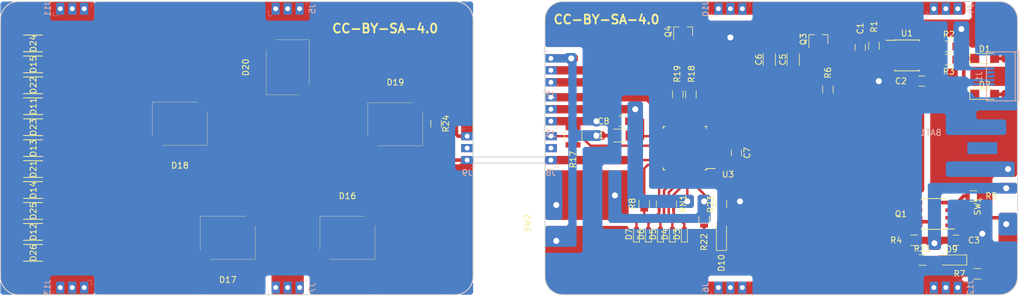
<source format=kicad_pcb>
(kicad_pcb (version 4) (host pcbnew 4.0.6)
  (layers (0 F.Cu signal) (31 B.Cu signal) (34 B.Paste user) (35 F.Paste user) (36 B.SilkS user) (37 F.SilkS user) (38 B.Mask user) (39 F.Mask user) (44 Edge.Cuts user))
  (net 0 "")
  (net 1 "Net-(Q3-Pad1)")
  (net 2 "Net-(Q1-Pad4)")
  (net 3 "Net-(Q1-Pad2)")
  (net 4 "Net-(J1-Pad3)")
  (net 5 "Net-(J1-Pad2)")
  (net 6 GND)
  (net 7 VSS)
  (net 8 +BATT)
  (net 9 PRG)
  (net 10 STDBY)
  (net 11 CHRG)
  (net 12 "Net-(C3-Pad1)")
  (net 13 VCC)
  (net 14 "Net-(D16-Pad1)")
  (net 15 "Net-(D16-Pad2)")
  (net 16 "Net-(D3-Pad2)")
  (net 17 "Net-(D9-Pad2)")
  (net 18 "Net-(D10-Pad2)")
  (net 19 LED_ES_GND)
  (net 20 "Net-(J9-Pad3)")
  (net 21 "Net-(J9-Pad2)")
  (net 22 "Net-(J9-Pad1)")
  (net 23 ADC0)
  (net 24 "Net-(J8-Pad2)")
  (net 25 AREF)
  (net 26 LED_LS_GND)
  (net 27 SCK)
  (net 28 RESET)
  (net 29 MISO)
  (net 30 MOSI)
  (net 31 "Net-(Q4-Pad1)")
  (net 32 PD0)
  (net 33 PD1)
  (net 34 "Net-(D1-Pad1)")
  (net 35 "Net-(D2-Pad1)")
  (net 36 OC1A)
  (net 37 OC1B)
  (net 38 PD2)
  (net 39 AVCC)
  (net 40 "Net-(U3-Pad22)")
  (net 41 "Net-(U3-Pad19)")
  (net 42 "Net-(U3-Pad12)")
  (net 43 "Net-(U3-Pad11)")
  (net 44 "Net-(U3-Pad10)")
  (net 45 "Net-(U3-Pad9)")
  (net 46 "Net-(U3-Pad8)")
  (net 47 "Net-(U3-Pad7)")
  (net 48 "Net-(U3-Pad2)")
  (net 49 "Net-(U3-Pad1)")
  (net 50 "Net-(BAT1-Pad3)")
  (net 51 "Net-(D11-Pad2)")
  (net 52 "Net-(D11-Pad1)")
  (net 53 "Net-(D4-Pad2)")
  (net 54 "Net-(D5-Pad2)")
  (net 55 "Net-(D6-Pad2)")
  (net 56 "Net-(D7-Pad2)")
  (net 57 PC1)
  (net 58 PC2)
  (net 59 PC4)
  (net 60 PC3)
  (net 61 PC5)
  (module Resistors_SMD:R_0805 (layer F.Cu) (at 190.6 82.8 270)
    (fp_text reference R8 (at 0 2 270) (layer F.SilkS))
    (fp_text value 237Ω)
    (pad 2 smd rect (at 0.95 0 270) (size 0.7 1.3) (layers F.Cu F.Paste F.Mask) (net 56 "Net-(D7-Pad2)"))
    (pad 1 smd rect (at -0.95 0 270) (size 0.7 1.3) (layers F.Cu F.Paste F.Mask) (net 57 PC1))
  )
  (module LEDs:LED_0603 (layer F.Cu) (at 197.3 87.9 90)
    (fp_text reference D3 (at 0 -1.25 90) (layer F.SilkS))
    (fp_text value CHRG_IND_BRTGREEN)
    (pad 1 smd rect (at -0.8 0 270) (size 0.8 0.8) (layers F.Cu F.Paste F.Mask) (net 6 GND))
    (pad 2 smd rect (at 0.8 0 270) (size 0.8 0.8) (layers F.Cu F.Paste F.Mask) (net 16 "Net-(D3-Pad2)"))
  )
  (module LEDs:LED_0603 (layer F.Cu) (at 195.3 87.9 90)
    (fp_text reference D4 (at 0 -1.25 90) (layer F.SilkS))
    (fp_text value CHRG_IND_GREEN)
    (pad 2 smd rect (at 0.8 0 270) (size 0.8 0.8) (layers F.Cu F.Paste F.Mask) (net 53 "Net-(D4-Pad2)"))
    (pad 1 smd rect (at -0.8 0 270) (size 0.8 0.8) (layers F.Cu F.Paste F.Mask) (net 6 GND))
  )
  (module LEDs:LED_0603 (layer F.Cu) (at 193.3 87.9 90)
    (fp_text reference D5 (at 0 -1.25 90) (layer F.SilkS))
    (fp_text value CHRG_IND_YELLOW)
    (pad 1 smd rect (at -0.8 0 270) (size 0.8 0.8) (layers F.Cu F.Paste F.Mask) (net 6 GND))
    (pad 2 smd rect (at 0.8 0 270) (size 0.8 0.8) (layers F.Cu F.Paste F.Mask) (net 54 "Net-(D5-Pad2)"))
  )
  (module LEDs:LED_0603 (layer F.Cu) (at 191.3 87.9 90)
    (fp_text reference D6 (at 0 -1.25 90) (layer F.SilkS))
    (fp_text value CHRG_IND_ORANGE)
    (pad 2 smd rect (at 0.8 0 270) (size 0.8 0.8) (layers F.Cu F.Paste F.Mask) (net 55 "Net-(D6-Pad2)"))
    (pad 1 smd rect (at -0.8 0 270) (size 0.8 0.8) (layers F.Cu F.Paste F.Mask) (net 6 GND))
  )
  (module LEDs:LED_0603 (layer F.Cu) (at 189.3 87.9 90)
    (fp_text reference D7 (at 0 -1.25 90) (layer F.SilkS))
    (fp_text value CHRG_IND_RED)
    (pad 1 smd rect (at -0.8 0 270) (size 0.8 0.8) (layers F.Cu F.Paste F.Mask) (net 6 GND))
    (pad 2 smd rect (at 0.8 0 270) (size 0.8 0.8) (layers F.Cu F.Paste F.Mask) (net 56 "Net-(D7-Pad2)"))
  )
  (module lt_foots:LED_3528_new (layer F.Cu) (at 88.5 70)
    (fp_text reference D23 (at 0 0 90) (layer F.SilkS))
    (fp_text value LED)
    (pad 2 smd rect (at -1.5 0) (size 1.4 2.6) (layers F.Cu F.Paste F.Mask) (net 51 "Net-(D11-Pad2)"))
    (pad 1 smd rect (at 1.5 0) (size 1.4 2.6) (layers F.Cu F.Paste F.Mask) (net 52 "Net-(D11-Pad1)"))
  )
  (module lt_foots:LED_3528_new (layer F.Cu) (at 88.5 77)
    (fp_text reference D21 (at 0 0 90) (layer F.SilkS))
    (fp_text value LED)
    (pad 1 smd rect (at 1.5 0) (size 1.4 2.6) (layers F.Cu F.Paste F.Mask) (net 52 "Net-(D11-Pad1)"))
    (pad 2 smd rect (at -1.5 0) (size 1.4 2.6) (layers F.Cu F.Paste F.Mask) (net 51 "Net-(D11-Pad2)"))
  )
  (module lt_foots:LED_3528_new (layer F.Cu) (at 88.5 63)
    (fp_text reference D22 (at 0 0 90) (layer F.SilkS))
    (fp_text value LED)
    (pad 1 smd rect (at 1.5 0) (size 1.4 2.6) (layers F.Cu F.Paste F.Mask) (net 52 "Net-(D11-Pad1)"))
    (pad 2 smd rect (at -1.5 0) (size 1.4 2.6) (layers F.Cu F.Paste F.Mask) (net 51 "Net-(D11-Pad2)"))
  )
  (module lt_foots:LED_3528_new (layer F.Cu) (at 88.5 56)
    (fp_text reference D24 (at 0 0 90) (layer F.SilkS))
    (fp_text value LED)
    (pad 1 smd rect (at 1.5 0) (size 1.4 2.6) (layers F.Cu F.Paste F.Mask) (net 52 "Net-(D11-Pad1)"))
    (pad 2 smd rect (at -1.5 0) (size 1.4 2.6) (layers F.Cu F.Paste F.Mask) (net 51 "Net-(D11-Pad2)"))
  )
  (module lt_foots:LED_3528_new (layer F.Cu) (at 88.5 84)
    (fp_text reference D25 (at 0 0 90) (layer F.SilkS))
    (fp_text value LED)
    (pad 2 smd rect (at -1.5 0) (size 1.4 2.6) (layers F.Cu F.Paste F.Mask) (net 51 "Net-(D11-Pad2)"))
    (pad 1 smd rect (at 1.5 0) (size 1.4 2.6) (layers F.Cu F.Paste F.Mask) (net 52 "Net-(D11-Pad1)"))
  )
  (module lt_foots:LED_3528_new (layer F.Cu) (at 88.5 91)
    (fp_text reference D26 (at 0 0 90) (layer F.SilkS))
    (fp_text value LED)
    (pad 1 smd rect (at 1.5 0) (size 1.4 2.6) (layers F.Cu F.Paste F.Mask) (net 52 "Net-(D11-Pad1)"))
    (pad 2 smd rect (at -1.5 0) (size 1.4 2.6) (layers F.Cu F.Paste F.Mask) (net 51 "Net-(D11-Pad2)"))
  )
  (module Capacitors_SMD:C_1206 (layer F.Cu) (at 211.5 58.7 90)
    (fp_text reference C6 (at 0 -1.75 90) (layer F.SilkS))
    (fp_text value 10µF)
    (pad 2 smd rect (at 1.5 0 90) (size 1 1.6) (layers F.Cu F.Paste F.Mask) (net 19 LED_ES_GND))
    (pad 1 smd rect (at -1.5 0 90) (size 1 1.6) (layers F.Cu F.Paste F.Mask) (net 13 VCC))
  )
  (module Capacitors_SMD:C_1206 (layer F.Cu) (at 215.5 58.7 90)
    (fp_text reference C5 (at 0 -1.75 90) (layer F.SilkS))
    (fp_text value 10µF)
    (pad 2 smd rect (at 1.5 0 90) (size 1 1.6) (layers F.Cu F.Paste F.Mask) (net 26 LED_LS_GND))
    (pad 1 smd rect (at -1.5 0 90) (size 1 1.6) (layers F.Cu F.Paste F.Mask) (net 13 VCC))
  )
  (module Resistors_SMD:R_Array_Convex_4x0603 (layer F.Cu) (at 194.3 82.8 270)
    (fp_text reference RN1 (at 0 -2.8 270) (layer F.SilkS))
    (fp_text value R_Pack_220Ω)
    (pad 5 smd rect (at 0.9 1.2 270) (size 0.8 0.5) (layers F.Cu F.Paste F.Mask) (net 55 "Net-(D6-Pad2)"))
    (pad 6 smd rect (at 0.9 0.4 270) (size 0.8 0.4) (layers F.Cu F.Paste F.Mask) (net 54 "Net-(D5-Pad2)"))
    (pad 8 smd rect (at 0.9 -1.2 270) (size 0.8 0.5) (layers F.Cu F.Paste F.Mask) (net 16 "Net-(D3-Pad2)"))
    (pad 7 smd rect (at 0.9 -0.4 270) (size 0.8 0.4) (layers F.Cu F.Paste F.Mask) (net 53 "Net-(D4-Pad2)"))
    (pad 4 smd rect (at -0.9 1.2 270) (size 0.8 0.5) (layers F.Cu F.Paste F.Mask) (net 58 PC2))
    (pad 2 smd rect (at -0.9 -0.4 270) (size 0.8 0.4) (layers F.Cu F.Paste F.Mask) (net 59 PC4))
    (pad 3 smd rect (at -0.9 0.4 270) (size 0.8 0.4) (layers F.Cu F.Paste F.Mask) (net 60 PC3))
    (pad 1 smd rect (at -0.9 -1.2 270) (size 0.8 0.5) (layers F.Cu F.Paste F.Mask) (net 61 PC5))
  )
  (module lt_foots:3pin_through_conn (layer B.Cu) (at 93 96.8 270)
    (fp_text reference J13 (at 0 2.12 270) (layer B.SilkS) (effects (justify mirror)))
    (fp_text value CONN_BOARDCONN)
    (pad 1 thru_hole rect (at 0 0 270) (size 2 1.35) (drill 0.8) (layers *.Cu *.Mask) (net 51 "Net-(D11-Pad2)"))
    (pad 2 thru_hole rect (at 0 -2 270) (size 2 1.35) (drill 0.8) (layers *.Cu *.Mask) (net 51 "Net-(D11-Pad2)"))
    (pad 3 thru_hole rect (at 0 -4 270) (size 2 1.35) (drill 0.8) (layers *.Cu *.Mask) (net 51 "Net-(D11-Pad2)"))
  )
  (module lt_foots:3pin_through_conn (layer B.Cu) (at 243 96.8 90)
    (fp_text reference J12 (at 0 2.12 90) (layer B.SilkS) (effects (justify mirror)))
    (fp_text value CONN_BOARDCONN)
    (pad 3 thru_hole rect (at 0 -4 90) (size 2 1.35) (drill 0.8) (layers *.Cu *.Mask) (net 13 VCC))
    (pad 2 thru_hole rect (at 0 -2 90) (size 2 1.35) (drill 0.8) (layers *.Cu *.Mask) (net 13 VCC))
    (pad 1 thru_hole rect (at 0 0 90) (size 2 1.35) (drill 0.8) (layers *.Cu *.Mask) (net 13 VCC))
  )
  (module lt_foots:3pin_through_conn (layer B.Cu) (at 93 50.2 270)
    (fp_text reference J11 (at 0 2.12 270) (layer B.SilkS) (effects (justify mirror)))
    (fp_text value CONN_BOARDCONN)
    (pad 1 thru_hole rect (at 0 0 270) (size 2 1.35) (drill 0.8) (layers *.Cu *.Mask) (net 52 "Net-(D11-Pad1)"))
    (pad 2 thru_hole rect (at 0 -2 270) (size 2 1.35) (drill 0.8) (layers *.Cu *.Mask) (net 52 "Net-(D11-Pad1)"))
    (pad 3 thru_hole rect (at 0 -4 270) (size 2 1.35) (drill 0.8) (layers *.Cu *.Mask) (net 52 "Net-(D11-Pad1)"))
  )
  (module lt_foots:3pin_through_conn (layer B.Cu) (at 203 50.2 270)
    (fp_text reference J10 (at 0 2.12 270) (layer B.SilkS) (effects (justify mirror)))
    (fp_text value CONN_BOARDCONN)
    (pad 3 thru_hole rect (at 0 -4 270) (size 2 1.35) (drill 0.8) (layers *.Cu *.Mask) (net 19 LED_ES_GND))
    (pad 2 thru_hole rect (at 0 -2 270) (size 2 1.35) (drill 0.8) (layers *.Cu *.Mask) (net 19 LED_ES_GND))
    (pad 1 thru_hole rect (at 0 0 270) (size 2 1.35) (drill 0.8) (layers *.Cu *.Mask) (net 19 LED_ES_GND))
  )
  (module LEDs:LED_1206 (layer F.Cu) (at 203.5 88.1 90)
    (fp_text reference D10 (at -4.6 0 90) (layer F.SilkS))
    (fp_text value RED_TMPWRN)
    (pad 1 smd rect (at -1.65 0 270) (size 1.5 1.5) (layers F.Cu F.Paste F.Mask) (net 6 GND))
    (pad 2 smd rect (at 1.65 0 270) (size 1.5 1.5) (layers F.Cu F.Paste F.Mask) (net 18 "Net-(D10-Pad2)"))
  )
  (module LEDs:LED_1206 (layer F.Cu) (at 242 92.2 180)
    (fp_text reference D9 (at 0 1.8 180) (layer F.SilkS))
    (fp_text value TOPLED_GRN)
    (pad 1 smd rect (at -1.65 0) (size 1.5 1.5) (layers F.Cu F.Paste F.Mask) (net 6 GND))
    (pad 2 smd rect (at 1.65 0) (size 1.5 1.5) (layers F.Cu F.Paste F.Mask) (net 17 "Net-(D9-Pad2)"))
  )
  (module Capacitors_SMD:C_0805 (layer F.Cu) (at 226.7 56.7 90)
    (fp_text reference C1 (at 3.2 0 90) (layer F.SilkS))
    (fp_text value 10µF)
    (pad 1 smd rect (at -1 0 90) (size 1 1.25) (layers F.Cu F.Paste F.Mask) (net 7 VSS))
    (pad 2 smd rect (at 1 0 90) (size 1 1.25) (layers F.Cu F.Paste F.Mask) (net 6 GND))
  )
  (module Capacitors_SMD:C_0805 (layer F.Cu) (at 237 62.3 180)
    (fp_text reference C2 (at 3.5 0 180) (layer F.SilkS))
    (fp_text value 10µF)
    (pad 2 smd rect (at 1 0 180) (size 1 1.25) (layers F.Cu F.Paste F.Mask) (net 6 GND))
    (pad 1 smd rect (at -1 0 180) (size 1 1.25) (layers F.Cu F.Paste F.Mask) (net 8 +BATT))
  )
  (module Capacitors_SMD:C_0805 (layer F.Cu) (at 242.7 88.9)
    (fp_text reference C3 (at 3 0) (layer F.SilkS))
    (fp_text value 1µF)
    (pad 1 smd rect (at -1 0) (size 1 1.25) (layers F.Cu F.Paste F.Mask) (net 12 "Net-(C3-Pad1)"))
    (pad 2 smd rect (at 1 0) (size 1 1.25) (layers F.Cu F.Paste F.Mask) (net 6 GND))
  )
  (module Capacitors_SMD:C_0805 (layer F.Cu) (at 206 74.3 270)
    (fp_text reference C7 (at 0 -1.8 270) (layer F.SilkS))
    (fp_text value 100nF_decoupling)
    (pad 1 smd rect (at -1 0 270) (size 1 1.25) (layers F.Cu F.Paste F.Mask) (net 13 VCC))
    (pad 2 smd rect (at 1 0 270) (size 1 1.25) (layers F.Cu F.Paste F.Mask) (net 6 GND))
  )
  (module Capacitors_SMD:C_0805 (layer F.Cu) (at 186.9 69)
    (fp_text reference C8 (at -3.1 0) (layer F.SilkS))
    (fp_text value 100nF)
    (pad 2 smd rect (at 1 0) (size 1 1.25) (layers F.Cu F.Paste F.Mask) (net 39 AVCC))
    (pad 1 smd rect (at -1 0) (size 1 1.25) (layers F.Cu F.Paste F.Mask) (net 6 GND))
  )
  (module Housings_QFP:TQFP-32_7x7mm_Pitch0.8mm (layer F.Cu) (at 197.4 73.5 180)
    (fp_text reference U3 (at -7.2 -4.4 180) (layer F.SilkS))
    (fp_text value ATMEGA8A-AU)
    (pad 32 smd rect (at -2.8 -4.25 270) (size 1.6 0.55) (layers F.Cu F.Paste F.Mask) (net 38 PD2))
    (pad 31 smd rect (at -2 -4.25 270) (size 1.6 0.55) (layers F.Cu F.Paste F.Mask) (net 33 PD1))
    (pad 30 smd rect (at -1.2 -4.25 270) (size 1.6 0.55) (layers F.Cu F.Paste F.Mask) (net 32 PD0))
    (pad 29 smd rect (at -0.4 -4.25 270) (size 1.6 0.55) (layers F.Cu F.Paste F.Mask) (net 28 RESET))
    (pad 28 smd rect (at 0.4 -4.25 270) (size 1.6 0.55) (layers F.Cu F.Paste F.Mask) (net 61 PC5))
    (pad 27 smd rect (at 1.2 -4.25 270) (size 1.6 0.55) (layers F.Cu F.Paste F.Mask) (net 59 PC4))
    (pad 26 smd rect (at 2 -4.25 270) (size 1.6 0.55) (layers F.Cu F.Paste F.Mask) (net 60 PC3))
    (pad 25 smd rect (at 2.8 -4.25 270) (size 1.6 0.55) (layers F.Cu F.Paste F.Mask) (net 58 PC2))
    (pad 24 smd rect (at 4.25 -2.8 180) (size 1.6 0.55) (layers F.Cu F.Paste F.Mask) (net 57 PC1))
    (pad 23 smd rect (at 4.25 -2 180) (size 1.6 0.55) (layers F.Cu F.Paste F.Mask) (net 23 ADC0))
    (pad 22 smd rect (at 4.25 -1.2 180) (size 1.6 0.55) (layers F.Cu F.Paste F.Mask) (net 40 "Net-(U3-Pad22)"))
    (pad 21 smd rect (at 4.25 -0.4 180) (size 1.6 0.55) (layers F.Cu F.Paste F.Mask) (net 6 GND))
    (pad 20 smd rect (at 4.25 0.4 180) (size 1.6 0.55) (layers F.Cu F.Paste F.Mask) (net 25 AREF))
    (pad 19 smd rect (at 4.25 1.2 180) (size 1.6 0.55) (layers F.Cu F.Paste F.Mask) (net 41 "Net-(U3-Pad19)"))
    (pad 18 smd rect (at 4.25 2 180) (size 1.6 0.55) (layers F.Cu F.Paste F.Mask) (net 39 AVCC))
    (pad 17 smd rect (at 4.25 2.8 180) (size 1.6 0.55) (layers F.Cu F.Paste F.Mask) (net 27 SCK))
    (pad 16 smd rect (at 2.8 4.25 270) (size 1.6 0.55) (layers F.Cu F.Paste F.Mask) (net 29 MISO))
    (pad 15 smd rect (at 2 4.25 270) (size 1.6 0.55) (layers F.Cu F.Paste F.Mask) (net 30 MOSI))
    (pad 14 smd rect (at 1.2 4.25 270) (size 1.6 0.55) (layers F.Cu F.Paste F.Mask) (net 37 OC1B))
    (pad 13 smd rect (at 0.4 4.25 270) (size 1.6 0.55) (layers F.Cu F.Paste F.Mask) (net 36 OC1A))
    (pad 12 smd rect (at -0.4 4.25 270) (size 1.6 0.55) (layers F.Cu F.Paste F.Mask) (net 42 "Net-(U3-Pad12)"))
    (pad 11 smd rect (at -1.2 4.25 270) (size 1.6 0.55) (layers F.Cu F.Paste F.Mask) (net 43 "Net-(U3-Pad11)"))
    (pad 10 smd rect (at -2 4.25 270) (size 1.6 0.55) (layers F.Cu F.Paste F.Mask) (net 44 "Net-(U3-Pad10)"))
    (pad 9 smd rect (at -2.8 4.25 270) (size 1.6 0.55) (layers F.Cu F.Paste F.Mask) (net 45 "Net-(U3-Pad9)"))
    (pad 8 smd rect (at -4.25 2.8 180) (size 1.6 0.55) (layers F.Cu F.Paste F.Mask) (net 46 "Net-(U3-Pad8)"))
    (pad 7 smd rect (at -4.25 2 180) (size 1.6 0.55) (layers F.Cu F.Paste F.Mask) (net 47 "Net-(U3-Pad7)"))
    (pad 6 smd rect (at -4.25 1.2 180) (size 1.6 0.55) (layers F.Cu F.Paste F.Mask) (net 13 VCC))
    (pad 5 smd rect (at -4.25 0.4 180) (size 1.6 0.55) (layers F.Cu F.Paste F.Mask) (net 6 GND))
    (pad 4 smd rect (at -4.25 -0.4 180) (size 1.6 0.55) (layers F.Cu F.Paste F.Mask) (net 13 VCC))
    (pad 3 smd rect (at -4.25 -1.2 180) (size 1.6 0.55) (layers F.Cu F.Paste F.Mask) (net 6 GND))
    (pad 2 smd rect (at -4.25 -2 180) (size 1.6 0.55) (layers F.Cu F.Paste F.Mask) (net 48 "Net-(U3-Pad2)"))
    (pad 1 smd rect (at -4.25 -2.8 180) (size 1.6 0.55) (layers F.Cu F.Paste F.Mask) (net 49 "Net-(U3-Pad1)"))
  )
  (module Housings_SOIC:SOIC-8-1EP_3.9x4.9mm_Pitch1.27mm (layer F.Cu) (at 234.5 58)
    (fp_text reference U1 (at 0 -3.7) (layer F.SilkS))
    (fp_text value TP4056)
    (pad 9 smd rect (at -0.5875 -0.5875) (size 1.175 1.175) (layers F.Cu F.Paste F.Mask) (net 6 GND))
    (pad 9 smd rect (at -0.5875 0.5875) (size 1.175 1.175) (layers F.Cu F.Paste F.Mask) (net 6 GND))
    (pad 9 smd rect (at 0.5875 -0.5875) (size 1.175 1.175) (layers F.Cu F.Paste F.Mask) (net 6 GND))
    (pad 9 smd rect (at 0.5875 0.5875) (size 1.175 1.175) (layers F.Cu F.Paste F.Mask) (net 6 GND))
    (pad 8 smd rect (at 2.7 -1.905) (size 1.55 0.6) (layers F.Cu F.Paste F.Mask) (net 7 VSS))
    (pad 7 smd rect (at 2.7 -0.635) (size 1.55 0.6) (layers F.Cu F.Paste F.Mask) (net 11 CHRG))
    (pad 6 smd rect (at 2.7 0.635) (size 1.55 0.6) (layers F.Cu F.Paste F.Mask) (net 10 STDBY))
    (pad 5 smd rect (at 2.7 1.905) (size 1.55 0.6) (layers F.Cu F.Paste F.Mask) (net 8 +BATT))
    (pad 4 smd rect (at -2.7 1.905) (size 1.55 0.6) (layers F.Cu F.Paste F.Mask) (net 7 VSS))
    (pad 3 smd rect (at -2.7 0.635) (size 1.55 0.6) (layers F.Cu F.Paste F.Mask) (net 6 GND))
    (pad 2 smd rect (at -2.7 -0.635) (size 1.55 0.6) (layers F.Cu F.Paste F.Mask) (net 9 PRG))
    (pad 1 smd rect (at -2.7 -1.905) (size 1.55 0.6) (layers F.Cu F.Paste F.Mask) (net 6 GND))
  )
  (module Inductors_SMD:L_1206 (layer F.Cu) (at 186.5 71.4)
    (fp_text reference L1 (at -3.5 0) (layer F.SilkS))
    (fp_text value 10µH)
    (pad 2 smd rect (at 1.45 0) (size 0.9 1.7) (layers F.Cu F.Paste F.Mask) (net 39 AVCC))
    (pad 1 smd rect (at -1.45 0) (size 0.9 1.7) (layers F.Cu F.Paste F.Mask) (net 13 VCC))
  )
  (module LEDs:LED_1206 (layer F.Cu) (at 247.5 58.5)
    (fp_text reference D1 (at 0 -1.6) (layer F.SilkS))
    (fp_text value RED)
    (pad 2 smd rect (at 1.65 0 180) (size 1.5 1.5) (layers F.Cu F.Paste F.Mask) (net 7 VSS))
    (pad 1 smd rect (at -1.65 0 180) (size 1.5 1.5) (layers F.Cu F.Paste F.Mask) (net 34 "Net-(D1-Pad1)"))
  )
  (module LEDs:LED_1206 (layer F.Cu) (at 247.5 64.5)
    (fp_text reference D2 (at 0 -1.6) (layer F.SilkS))
    (fp_text value GREEN)
    (pad 1 smd rect (at -1.65 0 180) (size 1.5 1.5) (layers F.Cu F.Paste F.Mask) (net 35 "Net-(D2-Pad1)"))
    (pad 2 smd rect (at 1.65 0 180) (size 1.5 1.5) (layers F.Cu F.Paste F.Mask) (net 7 VSS))
  )
  (module Resistors_SMD:R_0805 (layer F.Cu) (at 237.1 92.2 180)
    (fp_text reference R21 (at 0 1.9 180) (layer F.SilkS))
    (fp_text value 237Ω)
    (pad 1 smd rect (at -0.95 0 180) (size 0.7 1.3) (layers F.Cu F.Paste F.Mask) (net 17 "Net-(D9-Pad2)"))
    (pad 2 smd rect (at 0.95 0 180) (size 0.7 1.3) (layers F.Cu F.Paste F.Mask) (net 13 VCC))
  )
  (module Resistors_SMD:R_0805 (layer F.Cu) (at 245.6 81.5 180)
    (fp_text reference R5 (at -3 0 180) (layer F.SilkS))
    (fp_text value 10KΩ)
    (pad 1 smd rect (at -0.95 0 180) (size 0.7 1.3) (layers F.Cu F.Paste F.Mask) (net 8 +BATT))
    (pad 2 smd rect (at 0.95 0 180) (size 0.7 1.3) (layers F.Cu F.Paste F.Mask) (net 2 "Net-(Q1-Pad4)"))
  )
  (module Resistors_SMD:R_0805 (layer F.Cu) (at 196.2 64.5 270)
    (fp_text reference R19 (at -3.4 0.1 270) (layer F.SilkS))
    (fp_text value 1KΩ)
    (pad 2 smd rect (at 0.95 0 270) (size 0.7 1.3) (layers F.Cu F.Paste F.Mask) (net 37 OC1B))
    (pad 1 smd rect (at -0.95 0 270) (size 0.7 1.3) (layers F.Cu F.Paste F.Mask) (net 31 "Net-(Q4-Pad1)"))
  )
  (module Resistors_SMD:R_0805 (layer F.Cu) (at 200.6 85.5 270)
    (fp_text reference R22 (at 3.7 0 270) (layer F.SilkS))
    (fp_text value 100KΩ)
    (pad 1 smd rect (at -0.95 0 270) (size 0.7 1.3) (layers F.Cu F.Paste F.Mask) (net 32 PD0))
    (pad 2 smd rect (at 0.95 0 270) (size 0.7 1.3) (layers F.Cu F.Paste F.Mask) (net 6 GND))
  )
  (module Resistors_SMD:R_0805 (layer F.Cu) (at 198.4 64.5 270)
    (fp_text reference R18 (at -3.4 -0.1 270) (layer F.SilkS))
    (fp_text value 1KΩ)
    (pad 2 smd rect (at 0.95 0 270) (size 0.7 1.3) (layers F.Cu F.Paste F.Mask) (net 36 OC1A))
    (pad 1 smd rect (at -0.95 0 270) (size 0.7 1.3) (layers F.Cu F.Paste F.Mask) (net 1 "Net-(Q3-Pad1)"))
  )
  (module Resistors_SMD:R_0805 (layer F.Cu) (at 246.3 94.5 180)
    (fp_text reference R7 (at 3 0 180) (layer F.SilkS))
    (fp_text value 10KΩ)
    (pad 1 smd rect (at -0.95 0 180) (size 0.7 1.3) (layers F.Cu F.Paste F.Mask) (net 3 "Net-(Q1-Pad2)"))
    (pad 2 smd rect (at 0.95 0 180) (size 0.7 1.3) (layers F.Cu F.Paste F.Mask) (net 13 VCC))
  )
  (module Resistors_SMD:R_0805 (layer F.Cu) (at 221.3 63.7 90)
    (fp_text reference R6 (at 2.8 0 90) (layer F.SilkS))
    (fp_text value 100KΩ)
    (pad 2 smd rect (at 0.95 0 90) (size 0.7 1.3) (layers F.Cu F.Paste F.Mask) (net 6 GND))
    (pad 1 smd rect (at -0.95 0 90) (size 0.7 1.3) (layers F.Cu F.Paste F.Mask) (net 13 VCC))
  )
  (module Resistors_SMD:R_0805 (layer F.Cu) (at 229 56.4 270)
    (fp_text reference R1 (at -3.2 0 270) (layer F.SilkS))
    (fp_text value 1.2KΩ)
    (pad 2 smd rect (at 0.95 0 270) (size 0.7 1.3) (layers F.Cu F.Paste F.Mask) (net 9 PRG))
    (pad 1 smd rect (at -0.95 0 270) (size 0.7 1.3) (layers F.Cu F.Paste F.Mask) (net 6 GND))
  )
  (module Resistors_SMD:R_0805 (layer F.Cu) (at 203.5 82.8 90)
    (fp_text reference R23 (at -0.1 -1.8 90) (layer F.SilkS))
    (fp_text value 237Ω)
    (pad 1 smd rect (at -0.95 0 90) (size 0.7 1.3) (layers F.Cu F.Paste F.Mask) (net 18 "Net-(D10-Pad2)"))
    (pad 2 smd rect (at 0.95 0 90) (size 0.7 1.3) (layers F.Cu F.Paste F.Mask) (net 33 PD1))
  )
  (module Resistors_SMD:R_0805 (layer F.Cu) (at 155.8 69.4 270)
    (fp_text reference R24 (at 0 -1.65 270) (layer F.SilkS))
    (fp_text value "15K NTC")
    (pad 2 smd rect (at 0.95 0 270) (size 0.7 1.3) (layers F.Cu F.Paste F.Mask) (net 22 "Net-(J9-Pad1)"))
    (pad 1 smd rect (at -0.95 0 270) (size 0.7 1.3) (layers F.Cu F.Paste F.Mask) (net 20 "Net-(J9-Pad3)"))
  )
  (module Resistors_SMD:R_1210 (layer F.Cu) (at 178.7 71.5 270)
    (fp_text reference R17 (at 3.9 0 270) (layer F.SilkS))
    (fp_text value 15KΩ)
    (pad 2 smd rect (at 1.45 0 270) (size 0.9 2.5) (layers F.Cu F.Paste F.Mask) (net 23 ADC0))
    (pad 1 smd rect (at -1.45 0 270) (size 0.9 2.5) (layers F.Cu F.Paste F.Mask) (net 6 GND))
  )
  (module TO_SOT_Packages_SMD:SOT-23 (layer F.Cu) (at 197.1 54 90)
    (fp_text reference Q4 (at 0 -2.5 90) (layer F.SilkS))
    (fp_text value IRLML6244)
    (pad 3 smd rect (at 1 0 90) (size 0.9 0.8) (layers F.Cu F.Paste F.Mask) (net 19 LED_ES_GND))
    (pad 2 smd rect (at -1 0.95 90) (size 0.9 0.8) (layers F.Cu F.Paste F.Mask) (net 6 GND))
    (pad 1 smd rect (at -1 -0.95 90) (size 0.9 0.8) (layers F.Cu F.Paste F.Mask) (net 31 "Net-(Q4-Pad1)"))
  )
  (module lt_foots:3pin_through_conn (layer B.Cu) (at 175 62.5)
    (fp_text reference J2 (at 0 2.12) (layer B.SilkS) (effects (justify mirror)))
    (fp_text value CONN_ES_ISP1)
    (pad 1 thru_hole rect (at 0 0) (size 2 1.35) (drill 0.8) (layers *.Cu *.Mask) (net 29 MISO))
    (pad 2 thru_hole rect (at 0 -2) (size 2 1.35) (drill 0.8) (layers *.Cu *.Mask) (net 30 MOSI))
    (pad 3 thru_hole rect (at 0 -4) (size 2 1.35) (drill 0.8) (layers *.Cu *.Mask) (net 13 VCC))
  )
  (module lt_foots:3pin_through_conn (layer B.Cu) (at 175 69)
    (fp_text reference J3 (at 0 2.12) (layer B.SilkS) (effects (justify mirror)))
    (fp_text value CONN_ES_ISP2)
    (pad 3 thru_hole rect (at 0 -4) (size 2 1.35) (drill 0.8) (layers *.Cu *.Mask) (net 27 SCK))
    (pad 2 thru_hole rect (at 0 -2) (size 2 1.35) (drill 0.8) (layers *.Cu *.Mask) (net 28 RESET))
    (pad 1 thru_hole rect (at 0 0) (size 2 1.35) (drill 0.8) (layers *.Cu *.Mask) (net 6 GND))
  )
  (module lt_foots:3pin_through_conn (layer B.Cu) (at 243 50.2 90)
    (fp_text reference J4 (at 0 2.12 90) (layer B.SilkS) (effects (justify mirror)))
    (fp_text value CONN_ES_LSGND)
    (pad 1 thru_hole rect (at 0 0 90) (size 2 1.35) (drill 0.8) (layers *.Cu *.Mask) (net 26 LED_LS_GND))
    (pad 2 thru_hole rect (at 0 -2 90) (size 2 1.35) (drill 0.8) (layers *.Cu *.Mask) (net 26 LED_LS_GND))
    (pad 3 thru_hole rect (at 0 -4 90) (size 2 1.35) (drill 0.8) (layers *.Cu *.Mask) (net 26 LED_LS_GND))
  )
  (module lt_foots:3pin_through_conn (layer B.Cu) (at 133 50.2 90)
    (fp_text reference J5 (at 0 2.12 90) (layer B.SilkS) (effects (justify mirror)))
    (fp_text value CONN_LS_LSGND)
    (pad 3 thru_hole rect (at 0 -4 90) (size 2 1.35) (drill 0.8) (layers *.Cu *.Mask) (net 14 "Net-(D16-Pad1)"))
    (pad 2 thru_hole rect (at 0 -2 90) (size 2 1.35) (drill 0.8) (layers *.Cu *.Mask) (net 14 "Net-(D16-Pad1)"))
    (pad 1 thru_hole rect (at 0 0 90) (size 2 1.35) (drill 0.8) (layers *.Cu *.Mask) (net 14 "Net-(D16-Pad1)"))
  )
  (module lt_foots:3pin_through_conn (layer B.Cu) (at 203 96.8 270)
    (fp_text reference J6 (at 0 2.12 270) (layer B.SilkS) (effects (justify mirror)))
    (fp_text value CONN_ES_VCC)
    (pad 1 thru_hole rect (at 0 0 270) (size 2 1.35) (drill 0.8) (layers *.Cu *.Mask) (net 13 VCC))
    (pad 2 thru_hole rect (at 0 -2 270) (size 2 1.35) (drill 0.8) (layers *.Cu *.Mask) (net 13 VCC))
    (pad 3 thru_hole rect (at 0 -4 270) (size 2 1.35) (drill 0.8) (layers *.Cu *.Mask) (net 13 VCC))
  )
  (module lt_foots:3pin_through_conn (layer B.Cu) (at 133 96.8 90)
    (fp_text reference J7 (at 0 2.12 90) (layer B.SilkS) (effects (justify mirror)))
    (fp_text value CONN_LS_VCC)
    (pad 3 thru_hole rect (at 0 -4 90) (size 2 1.35) (drill 0.8) (layers *.Cu *.Mask) (net 15 "Net-(D16-Pad2)"))
    (pad 2 thru_hole rect (at 0 -2 90) (size 2 1.35) (drill 0.8) (layers *.Cu *.Mask) (net 15 "Net-(D16-Pad2)"))
    (pad 1 thru_hole rect (at 0 0 90) (size 2 1.35) (drill 0.8) (layers *.Cu *.Mask) (net 15 "Net-(D16-Pad2)"))
  )
  (module lt_foots:3pin_through_conn (layer B.Cu) (at 175 75.5)
    (fp_text reference J8 (at 0 2.12) (layer B.SilkS) (effects (justify mirror)))
    (fp_text value CONN_ES_NTC)
    (pad 1 thru_hole rect (at 0 0) (size 2 1.35) (drill 0.8) (layers *.Cu *.Mask) (net 23 ADC0))
    (pad 2 thru_hole rect (at 0 -2) (size 2 1.35) (drill 0.8) (layers *.Cu *.Mask) (net 24 "Net-(J8-Pad2)"))
    (pad 3 thru_hole rect (at 0 -4) (size 2 1.35) (drill 0.8) (layers *.Cu *.Mask) (net 25 AREF))
  )
  (module lt_foots:3pin_through_conn (layer B.Cu) (at 161 75.5)
    (fp_text reference J9 (at 0 2.12) (layer B.SilkS) (effects (justify mirror)))
    (fp_text value CONN_LS_NTC)
    (pad 3 thru_hole rect (at 0 -4) (size 2 1.35) (drill 0.8) (layers *.Cu *.Mask) (net 20 "Net-(J9-Pad3)"))
    (pad 2 thru_hole rect (at 0 -2) (size 2 1.35) (drill 0.8) (layers *.Cu *.Mask) (net 21 "Net-(J9-Pad2)"))
    (pad 1 thru_hole rect (at 0 0) (size 2 1.35) (drill 0.8) (layers *.Cu *.Mask) (net 22 "Net-(J9-Pad1)"))
  )
  (module lt_foots:LED_3528_new (layer F.Cu) (at 88.5 66.5)
    (fp_text reference D11 (at 0 0 90) (layer F.SilkS))
    (fp_text value LED)
    (pad 1 smd rect (at 1.5 0) (size 1.4 2.6) (layers F.Cu F.Paste F.Mask) (net 52 "Net-(D11-Pad1)"))
    (pad 2 smd rect (at -1.5 0) (size 1.4 2.6) (layers F.Cu F.Paste F.Mask) (net 51 "Net-(D11-Pad2)"))
  )
  (module lt_foots:LED_3528_new (layer F.Cu) (at 88.5 80.5)
    (fp_text reference D14 (at 0 0 90) (layer F.SilkS))
    (fp_text value LED)
    (pad 2 smd rect (at -1.5 0) (size 1.4 2.6) (layers F.Cu F.Paste F.Mask) (net 51 "Net-(D11-Pad2)"))
    (pad 1 smd rect (at 1.5 0) (size 1.4 2.6) (layers F.Cu F.Paste F.Mask) (net 52 "Net-(D11-Pad1)"))
  )
  (module lt_foots:LED_3528_new (layer F.Cu) (at 88.5 87.5)
    (fp_text reference D12 (at 0 0 90) (layer F.SilkS))
    (fp_text value LED)
    (pad 1 smd rect (at 1.5 0) (size 1.4 2.6) (layers F.Cu F.Paste F.Mask) (net 52 "Net-(D11-Pad1)"))
    (pad 2 smd rect (at -1.5 0) (size 1.4 2.6) (layers F.Cu F.Paste F.Mask) (net 51 "Net-(D11-Pad2)"))
  )
  (module lt_foots:LED_3528_new (layer F.Cu) (at 88.5 73.5)
    (fp_text reference D13 (at 0 0 90) (layer F.SilkS))
    (fp_text value LED)
    (pad 2 smd rect (at -1.5 0) (size 1.4 2.6) (layers F.Cu F.Paste F.Mask) (net 51 "Net-(D11-Pad2)"))
    (pad 1 smd rect (at 1.5 0) (size 1.4 2.6) (layers F.Cu F.Paste F.Mask) (net 52 "Net-(D11-Pad1)"))
  )
  (module lt_foots:LED_3528_new (layer F.Cu) (at 88.5 59.5)
    (fp_text reference D15 (at 0 0 90) (layer F.SilkS))
    (fp_text value LED)
    (pad 1 smd rect (at 1.5 0) (size 1.4 2.6) (layers F.Cu F.Paste F.Mask) (net 52 "Net-(D11-Pad1)"))
    (pad 2 smd rect (at -1.5 0) (size 1.4 2.6) (layers F.Cu F.Paste F.Mask) (net 51 "Net-(D11-Pad2)"))
  )
  (module Resistors_SMD:R_0805 (layer F.Cu) (at 241.5 58.7 180)
    (fp_text reference R3 (at 0 -2 180) (layer F.SilkS))
    (fp_text value 1KΩ)
    (pad 2 smd rect (at 0.95 0 180) (size 0.7 1.3) (layers F.Cu F.Paste F.Mask) (net 10 STDBY))
    (pad 1 smd rect (at -0.95 0 180) (size 0.7 1.3) (layers F.Cu F.Paste F.Mask) (net 35 "Net-(D2-Pad1)"))
  )
  (module Resistors_SMD:R_0805 (layer F.Cu) (at 235.7 88.9)
    (fp_text reference R4 (at -3 0) (layer F.SilkS))
    (fp_text value 100KΩ)
    (pad 2 smd rect (at 0.95 0) (size 0.7 1.3) (layers F.Cu F.Paste F.Mask) (net 12 "Net-(C3-Pad1)"))
    (pad 1 smd rect (at -0.95 0) (size 0.7 1.3) (layers F.Cu F.Paste F.Mask) (net 2 "Net-(Q1-Pad4)"))
  )
  (module lt_foots:conn_BST-41_spring_contact (layer B.Cu) (at 245.5 73.5)
    (fp_text reference BAT1 (at -7 -2.6) (layer B.SilkS) (effects (justify mirror)))
    (fp_text value LIPO_W_NTC)
    (pad 1 smd rect (at 1.6 3.5) (size 5 2) (layers B.Cu B.Paste B.Mask) (net 8 +BATT))
    (pad 3 smd rect (at 1.6 0) (size 5 2) (layers B.Cu B.Paste B.Mask) (net 50 "Net-(BAT1-Pad3)"))
    (pad 2 smd rect (at 1.6 -3.5) (size 5 2) (layers B.Cu B.Paste B.Mask) (net 6 GND))
  )
  (module Resistors_SMD:R_0805 (layer F.Cu) (at 241.5 56.5 180)
    (fp_text reference R2 (at 0 2 180) (layer F.SilkS))
    (fp_text value 1KΩ)
    (pad 2 smd rect (at 0.95 0 180) (size 0.7 1.3) (layers F.Cu F.Paste F.Mask) (net 11 CHRG))
    (pad 1 smd rect (at -0.95 0 180) (size 0.7 1.3) (layers F.Cu F.Paste F.Mask) (net 34 "Net-(D1-Pad1)"))
  )
  (module lt_foots:USB_Micro-B-CHINA (layer B.Cu) (at 250 61.5 270)
    (fp_text reference J1 (at 0 3.45 270) (layer B.SilkS) (effects (justify mirror)))
    (fp_text value USB_Micro_Jack)
    (pad 5 smd rect (at -4.4 0 270) (size 0.5 2) (layers B.Cu B.Paste B.Mask) (net 6 GND))
    (pad 5 smd rect (at 1.2991 1.56254 180) (size 1.35 0.4) (layers B.Cu B.Paste B.Mask) (net 6 GND))
    (pad 4 smd rect (at 0.6491 1.56254 180) (size 1.35 0.4) (layers B.Cu B.Paste B.Mask) (net 6 GND))
    (pad 3 smd rect (at -0.0009 1.56254 180) (size 1.35 0.4) (layers B.Cu B.Paste B.Mask) (net 4 "Net-(J1-Pad3)"))
    (pad 2 smd rect (at -0.6509 1.56254 180) (size 1.35 0.4) (layers B.Cu B.Paste B.Mask) (net 5 "Net-(J1-Pad2)"))
    (pad 1 smd rect (at -1.3009 1.56254 180) (size 1.35 0.4) (layers B.Cu B.Paste B.Mask) (net 7 VSS))
    (pad 5 smd rect (at 4.4 0.1 270) (size 0.5 2) (layers B.Cu B.Paste B.Mask) (net 6 GND))
  )
  (module Housings_SOIC:SOIC-8_3.9x4.9mm_Pitch1.27mm (layer F.Cu) (at 239 84.5 180)
    (fp_text reference Q1 (at 5.5 0 180) (layer F.SilkS))
    (fp_text value IRF7319)
    (pad 8 smd rect (at 2.7 -1.905 180) (size 1.55 0.6) (layers F.Cu F.Paste F.Mask) (net 2 "Net-(Q1-Pad4)"))
    (pad 7 smd rect (at 2.7 -0.635 180) (size 1.55 0.6) (layers F.Cu F.Paste F.Mask) (net 2 "Net-(Q1-Pad4)"))
    (pad 6 smd rect (at 2.7 0.635 180) (size 1.55 0.6) (layers F.Cu F.Paste F.Mask) (net 13 VCC))
    (pad 5 smd rect (at 2.7 1.905 180) (size 1.55 0.6) (layers F.Cu F.Paste F.Mask) (net 13 VCC))
    (pad 4 smd rect (at -2.7 1.905 180) (size 1.55 0.6) (layers F.Cu F.Paste F.Mask) (net 2 "Net-(Q1-Pad4)"))
    (pad 3 smd rect (at -2.7 0.635 180) (size 1.55 0.6) (layers F.Cu F.Paste F.Mask) (net 8 +BATT))
    (pad 2 smd rect (at -2.7 -0.635 180) (size 1.55 0.6) (layers F.Cu F.Paste F.Mask) (net 3 "Net-(Q1-Pad2)"))
    (pad 1 smd rect (at -2.7 -1.905 180) (size 1.55 0.6) (layers F.Cu F.Paste F.Mask) (net 6 GND))
  )
  (module TO_SOT_Packages_SMD:SOT-23 (layer F.Cu) (at 219.7 55.3 90)
    (fp_text reference Q3 (at 0 -2.5 90) (layer F.SilkS))
    (fp_text value IRLML6244)
    (pad 3 smd rect (at 1 0 90) (size 0.9 0.8) (layers F.Cu F.Paste F.Mask) (net 26 LED_LS_GND))
    (pad 2 smd rect (at -1 0.95 90) (size 0.9 0.8) (layers F.Cu F.Paste F.Mask) (net 6 GND))
    (pad 1 smd rect (at -1 -0.95 90) (size 0.9 0.8) (layers F.Cu F.Paste F.Mask) (net 1 "Net-(Q3-Pad1)"))
  )
  (module lt_foots:square_red_button_mount_6.3mm (layer F.Cu) (at 251.1 83.2 90)
    (fp_text reference SW1 (at 0 -4.8 90) (layer F.SilkS))
    (fp_text value SW_PWR)
    (pad 2 thru_hole rect (at 3 0 90) (size 1.6 2) (drill 1) (layers *.Cu *.Mask) (net 12 "Net-(C3-Pad1)"))
    (pad 1 thru_hole rect (at -3 0 90) (size 1.6 2) (drill 1) (layers *.Cu *.Mask) (net 3 "Net-(Q1-Pad2)"))
  )
  (module lt_foots:square_red_button_mount_6.3mm (layer F.Cu) (at 175.9 86 90)
    (fp_text reference SW2 (at 0 -4.8 90) (layer F.SilkS))
    (fp_text value SW_MODE)
    (pad 2 thru_hole rect (at 3 0 90) (size 1.6 2) (drill 1) (layers *.Cu *.Mask) (net 32 PD0))
    (pad 1 thru_hole rect (at -3 0 90) (size 1.6 2) (drill 1) (layers *.Cu *.Mask) (net 13 VCC))
  )
  (module lt_foots:LED_XR-C_CREE_9x7 (layer F.Cu) (at 141 88.5 180)
    (fp_text reference D16 (at 0 7 180) (layer F.SilkS))
    (fp_text value LED)
    (pad 3 smd rect (at 0 0 180) (size 2.75 3.7) (layers F.Cu F.Paste F.Mask))
    (pad 1 smd rect (at -4 0 180) (size 0.3 5) (layers F.Cu F.Paste F.Mask) (net 14 "Net-(D16-Pad1)"))
    (pad 2 smd rect (at 4 0 180) (size 0.3 5) (layers F.Cu F.Paste F.Mask) (net 15 "Net-(D16-Pad2)"))
  )
  (module lt_foots:LED_XR-C_CREE_9x7 (layer F.Cu) (at 121 88.5)
    (fp_text reference D17 (at 0 7) (layer F.SilkS))
    (fp_text value LED)
    (pad 3 smd rect (at 0 0) (size 2.75 3.7) (layers F.Cu F.Paste F.Mask))
    (pad 1 smd rect (at -4 0) (size 0.3 5) (layers F.Cu F.Paste F.Mask) (net 14 "Net-(D16-Pad1)"))
    (pad 2 smd rect (at 4 0) (size 0.3 5) (layers F.Cu F.Paste F.Mask) (net 15 "Net-(D16-Pad2)"))
  )
  (module lt_foots:LED_XR-C_CREE_9x7 (layer F.Cu) (at 113 69.4)
    (fp_text reference D18 (at 0 7) (layer F.SilkS))
    (fp_text value LED)
    (pad 3 smd rect (at 0 0) (size 2.75 3.7) (layers F.Cu F.Paste F.Mask))
    (pad 1 smd rect (at -4 0) (size 0.3 5) (layers F.Cu F.Paste F.Mask) (net 14 "Net-(D16-Pad1)"))
    (pad 2 smd rect (at 4 0) (size 0.3 5) (layers F.Cu F.Paste F.Mask) (net 15 "Net-(D16-Pad2)"))
  )
  (module lt_foots:LED_XR-C_CREE_9x7 (layer F.Cu) (at 149 69.5 180)
    (fp_text reference D19 (at 0 7 180) (layer F.SilkS))
    (fp_text value LED)
    (pad 3 smd rect (at 0 0 180) (size 2.75 3.7) (layers F.Cu F.Paste F.Mask))
    (pad 1 smd rect (at -4 0 180) (size 0.3 5) (layers F.Cu F.Paste F.Mask) (net 14 "Net-(D16-Pad1)"))
    (pad 2 smd rect (at 4 0 180) (size 0.3 5) (layers F.Cu F.Paste F.Mask) (net 15 "Net-(D16-Pad2)"))
  )
  (module lt_foots:LED_XR-C_CREE_9x7 (layer F.Cu) (at 131 60 270)
    (fp_text reference D20 (at 0 7 270) (layer F.SilkS))
    (fp_text value LED)
    (pad 3 smd rect (at 0 0 270) (size 2.75 3.7) (layers F.Cu F.Paste F.Mask))
    (pad 1 smd rect (at -4 0 270) (size 0.3 5) (layers F.Cu F.Paste F.Mask) (net 14 "Net-(D16-Pad1)"))
    (pad 2 smd rect (at 4 0 270) (size 0.3 5) (layers F.Cu F.Paste F.Mask) (net 15 "Net-(D16-Pad2)"))
  )
  (gr_text CC-BY-SA-4.0 (at 184.3 52) (layer F.SilkS) (effects (font (size 1.5 1.5) (thickness 0.3))))
  (gr_text CC-BY-SA-4.0 (at 147.3 53.5) (layer F.SilkS) (effects (font (size 1.5 1.5) (thickness 0.3))))
  (gr_line (start 86 49) (end 159 49) (angle 90) (layer Edge.Cuts) (width 0.15))
  (gr_line (start 83 95) (end 83 52) (angle 90) (layer Edge.Cuts) (width 0.15))
  (gr_line (start 159 98) (end 86 98) (angle 90) (layer Edge.Cuts) (width 0.15))
  (gr_line (start 162 76) (end 162 95) (angle 90) (layer Edge.Cuts) (width 0.15))
  (gr_line (start 162 52) (end 162 75) (angle 90) (layer Edge.Cuts) (width 0.15))
  (gr_line (start 177 49) (end 250 49) (angle 90) (layer Edge.Cuts) (width 0.15))
  (gr_line (start 174 75) (end 174 52) (angle 90) (layer Edge.Cuts) (width 0.15))
  (gr_line (start 174 95) (end 174 76) (angle 90) (layer Edge.Cuts) (width 0.15))
  (gr_line (start 250 98) (end 177 98) (angle 90) (layer Edge.Cuts) (width 0.15))
  (gr_line (start 253 52) (end 253 95) (angle 90) (layer Edge.Cuts) (width 0.15))
  (gr_arc (start 177 95) (end 177 98) (angle 90) (layer Edge.Cuts) (width 0.15))
  (gr_arc (start 250 95) (end 253 95) (angle 90) (layer Edge.Cuts) (width 0.15))
  (gr_arc (start 250 52) (end 250 49) (angle 90) (layer Edge.Cuts) (width 0.15))
  (gr_arc (start 177 52) (end 174 52) (angle 90) (layer Edge.Cuts) (width 0.15))
  (gr_arc (start 159 52) (end 159 49) (angle 90) (layer Edge.Cuts) (width 0.15))
  (gr_arc (start 159 95) (end 162 95) (angle 90) (layer Edge.Cuts) (width 0.15))
  (gr_arc (start 86 95) (end 86 98) (angle 90) (layer Edge.Cuts) (width 0.15))
  (gr_arc (start 86 52) (end 83 52) (angle 90) (layer Edge.Cuts) (width 0.15))
  (gr_line (start 174 76) (end 162 76) (angle 90) (layer Edge.Cuts) (width 0.15))
  (gr_line (start 162 75) (end 174 75) (angle 90) (layer Edge.Cuts) (width 0.15))
  (segment (start 218.75 56.3) (end 218.75 58.05) (width 0.6) (layer F.Cu) (net 1))
  (segment (start 218.1 58.7) (end 208.5 58.7) (width 0.6) (layer F.Cu) (net 1))
  (segment (start 218.75 58.05) (end 218.1 58.7) (width 0.6) (layer F.Cu) (net 1))
  (segment (start 198.4 63.55) (end 198.4 62.4) (width 0.6) (layer F.Cu) (net 1))
  (segment (start 241.7 82.595) (end 239.605 82.595) (width 0.6) (layer F.Cu) (net 2))
  (segment (start 238.4 85.8) (end 236 85.8) (width 0.6) (layer F.Cu) (net 2))
  (segment (start 239 85.2) (end 238.4 85.8) (width 0.6) (layer F.Cu) (net 2))
  (segment (start 239 83.2) (end 239 85.2) (width 0.6) (layer F.Cu) (net 2))
  (segment (start 239.605 82.595) (end 239 83.2) (width 0.6) (layer F.Cu) (net 2))
  (segment (start 244.65 81.5) (end 244 81.5) (width 0.6) (layer F.Cu) (net 2))
  (segment (start 244 81.5) (end 242.905 82.595) (width 0.6) (layer F.Cu) (net 2))
  (segment (start 242.905 82.595) (end 241.7 82.595) (width 0.6) (layer F.Cu) (net 2))
  (segment (start 247.25 94.5) (end 250.5 94.5) (width 0.4) (layer F.Cu) (net 3))
  (segment (start 250.5 94.5) (end 250.9 94.1) (width 0.4) (layer F.Cu) (net 3))
  (segment (start 241.7 85.135) (end 251.335 85.135) (width 0.6) (layer F.Cu) (net 3))
  (segment (start 251.335 85.135) (end 251.4 85.2) (width 0.6) (layer F.Cu) (net 3))
  (segment (start 206 75.3) (end 206 81.8) (width 0.6) (layer F.Cu) (net 6))
  (via (at 206.6 82.4) (size 1.8) (drill 1) (layers F.Cu B.Cu) (net 6))
  (segment (start 206 81.8) (end 206.6 82.4) (width 0.6) (layer F.Cu) (net 6))
  (segment (start 206 75.3) (end 206 76.8) (width 0.6) (layer F.Cu) (net 6))
  (segment (start 201.65 74.7) (end 203.5 74.7) (width 0.4) (layer F.Cu) (net 6))
  (segment (start 203.5 74.7) (end 204.1 75.3) (width 0.4) (layer F.Cu) (net 6))
  (segment (start 241.7 86.405) (end 243.795 86.405) (width 0.6) (layer F.Cu) (net 6))
  (segment (start 243.795 86.405) (end 243.8 86.4) (width 0.6) (layer F.Cu) (net 6))
  (segment (start 243.7 88.9) (end 246 88.9) (width 0.6) (layer F.Cu) (net 6))
  (via (at 247.1 87.8) (size 1.8) (drill 1) (layers F.Cu B.Cu) (net 6))
  (segment (start 246 88.9) (end 247.1 87.8) (width 0.6) (layer F.Cu) (net 6))
  (segment (start 236 62.3) (end 229.8 62.3) (width 0.4) (layer F.Cu) (net 6))
  (via (at 229.8 62.3) (size 1.8) (drill 1) (layers F.Cu B.Cu) (net 6))
  (segment (start 198.05 55) (end 205 55) (width 0.8) (layer F.Cu) (net 6))
  (via (at 205 55) (size 1.8) (drill 1) (layers F.Cu B.Cu) (net 6))
  (segment (start 229 55.45) (end 229 53.8) (width 0.6) (layer F.Cu) (net 6))
  (segment (start 220.65 56.3) (end 220.65 58.75) (width 0.8) (layer F.Cu) (net 6))
  (segment (start 220.65 58.75) (end 220.7 58.8) (width 0.8) (layer F.Cu) (net 6))
  (segment (start 226.7 55.7) (end 226.7 54.5) (width 0.4) (layer F.Cu) (net 6))
  (segment (start 189.3 88.7) (end 189.3 90.1) (width 0.4) (layer F.Cu) (net 6))
  (segment (start 191.3 88.7) (end 191.3 90.1) (width 0.4) (layer F.Cu) (net 6))
  (segment (start 193.3 88.7) (end 193.3 90.1) (width 0.4) (layer F.Cu) (net 6))
  (segment (start 195.3 88.7) (end 195.3 90.1) (width 0.4) (layer F.Cu) (net 6))
  (segment (start 197.3 88.7) (end 197.3 90.1) (width 0.4) (layer F.Cu) (net 6))
  (segment (start 203.5 89.75) (end 203.5 91.3) (width 0.6) (layer F.Cu) (net 6))
  (segment (start 200.6 86.45) (end 200.6 88.5) (width 0.4) (layer F.Cu) (net 6))
  (segment (start 200.6 88.5) (end 200.5 88.6) (width 0.4) (layer F.Cu) (net 6))
  (segment (start 248.43746 62.7991) (end 244.5991 62.7991) (width 0.4) (layer B.Cu) (net 6))
  (segment (start 244.5991 62.7991) (end 244.5 62.7) (width 0.4) (layer B.Cu) (net 6))
  (segment (start 248.43746 62.1491) (end 244.5509 62.1491) (width 0.4) (layer B.Cu) (net 6))
  (segment (start 244.5509 62.1491) (end 244.5 62.2) (width 0.4) (layer B.Cu) (net 6))
  (segment (start 185.9 69) (end 182.6 69) (width 0.6) (layer F.Cu) (net 6))
  (via (at 182.6 69) (size 1.8) (drill 1) (layers F.Cu B.Cu) (net 6))
  (segment (start 231.8 58.635) (end 233.865 58.635) (width 0.6) (layer F.Cu) (net 6))
  (segment (start 233.865 58.635) (end 233.9125 58.5875) (width 0.4) (layer F.Cu) (net 6))
  (segment (start 231.8 56.095) (end 233.895 56.095) (width 0.6) (layer F.Cu) (net 6))
  (segment (start 233.895 56.095) (end 233.9 56.1) (width 0.4) (layer F.Cu) (net 6))
  (segment (start 178.7 70.05) (end 178.7 69) (width 0.6) (layer F.Cu) (net 6))
  (segment (start 185.9 69) (end 184.4 69) (width 0.4) (layer F.Cu) (net 6))
  (segment (start 201.65 73.1) (end 199.8 73.1) (width 0.4) (layer F.Cu) (net 6))
  (segment (start 199.8 73.1) (end 199 73.9) (width 0.4) (layer F.Cu) (net 6))
  (segment (start 201.65 74.7) (end 199.8 74.7) (width 0.4) (layer F.Cu) (net 6))
  (segment (start 199.8 74.7) (end 199 73.9) (width 0.4) (layer F.Cu) (net 6))
  (segment (start 199 73.9) (end 193.15 73.9) (width 0.4) (layer F.Cu) (net 6))
  (segment (start 226.7 57.7) (end 226.7 59) (width 0.4) (layer F.Cu) (net 7))
  (segment (start 248.43746 60.1991) (end 244.0991 60.1991) (width 0.4) (layer B.Cu) (net 7))
  (via (at 243.6 53.6) (size 1.8) (drill 1) (layers F.Cu B.Cu) (net 7))
  (segment (start 243.6 59.7) (end 243.6 53.6) (width 0.4) (layer B.Cu) (net 7))
  (segment (start 244.0991 60.1991) (end 243.6 59.7) (width 0.4) (layer B.Cu) (net 7))
  (segment (start 231.8 59.905) (end 228.605 59.905) (width 0.6) (layer F.Cu) (net 7))
  (segment (start 228.605 59.905) (end 228.6 59.9) (width 0.4) (layer F.Cu) (net 7))
  (segment (start 237.2 56.095) (end 238.605 56.095) (width 0.6) (layer F.Cu) (net 7))
  (segment (start 239.1 55.6) (end 239.1 54.6) (width 0.6) (layer F.Cu) (net 7))
  (segment (start 238.605 56.095) (end 239.1 55.6) (width 0.6) (layer F.Cu) (net 7))
  (segment (start 249.15 58.5) (end 250.8 58.5) (width 0.6) (layer F.Cu) (net 7))
  (segment (start 249.15 64.5) (end 250.9 64.5) (width 0.6) (layer F.Cu) (net 7))
  (segment (start 247.1 77) (end 251.4 77) (width 0.6) (layer B.Cu) (net 8))
  (via (at 251.4 77) (size 1.8) (drill 1) (layers F.Cu B.Cu) (net 8))
  (segment (start 246.55 81.5) (end 247.9 81.5) (width 0.6) (layer F.Cu) (net 8))
  (segment (start 241.7 83.865) (end 243.665 83.865) (width 0.6) (layer F.Cu) (net 8))
  (segment (start 243.665 83.865) (end 243.7 83.9) (width 0.4) (layer F.Cu) (net 8))
  (segment (start 238 62.3) (end 239.5 62.3) (width 0.4) (layer F.Cu) (net 8))
  (segment (start 237.2 59.905) (end 238.995 59.905) (width 0.6) (layer F.Cu) (net 8))
  (segment (start 238.995 59.905) (end 239 59.9) (width 0.4) (layer F.Cu) (net 8))
  (segment (start 231.8 57.365) (end 229.015 57.365) (width 0.6) (layer F.Cu) (net 9))
  (segment (start 229.015 57.365) (end 229 57.35) (width 0.6) (layer F.Cu) (net 9))
  (segment (start 237.2 58.635) (end 240.485 58.635) (width 0.6) (layer F.Cu) (net 10))
  (segment (start 240.485 58.635) (end 240.55 58.7) (width 0.4) (layer F.Cu) (net 10))
  (segment (start 237.2 57.365) (end 239.035 57.365) (width 0.6) (layer F.Cu) (net 11))
  (segment (start 239.9 56.5) (end 240.55 56.5) (width 0.6) (layer F.Cu) (net 11))
  (segment (start 239.035 57.365) (end 239.9 56.5) (width 0.6) (layer F.Cu) (net 11))
  (segment (start 236.65 88.9) (end 238.3 88.9) (width 0.6) (layer F.Cu) (net 12))
  (segment (start 239.2 80.2) (end 251.4 80.2) (width 0.6) (layer B.Cu) (net 12))
  (segment (start 239.1 89.4) (end 239.2 80.2) (width 0.6) (layer B.Cu) (net 12))
  (via (at 239.1 89.4) (size 1.8) (drill 1) (layers F.Cu B.Cu) (net 12))
  (segment (start 238.3 88.9) (end 239.1 89.4) (width 0.6) (layer F.Cu) (net 12))
  (segment (start 201.65 72.3) (end 203.8 72.3) (width 0.4) (layer F.Cu) (net 13))
  (segment (start 206 73.3) (end 206 71.8) (width 0.6) (layer F.Cu) (net 13))
  (segment (start 201.65 73.9) (end 203.5 73.9) (width 0.4) (layer F.Cu) (net 13))
  (segment (start 203.5 73.9) (end 203.9 73.5) (width 0.4) (layer F.Cu) (net 13))
  (segment (start 215.5 60.2) (end 215.5 62) (width 1) (layer F.Cu) (net 13))
  (segment (start 211.5 60.2) (end 211.5 61.7) (width 1) (layer F.Cu) (net 13))
  (segment (start 185.05 71.4) (end 182.6 71.4) (width 0.6) (layer F.Cu) (net 13))
  (segment (start 182.5 71.5) (end 178.4 71.5) (width 0.4) (layer B.Cu) (net 13))
  (segment (start 182.6 71.4) (end 182.5 71.5) (width 0.4) (layer B.Cu) (net 13))
  (via (at 182.6 71.4) (size 1.8) (drill 1) (layers F.Cu B.Cu) (net 13))
  (segment (start 178.4 88.5) (end 178.4 71.5) (width 0.4) (layer B.Cu) (net 13))
  (segment (start 178.4 71.5) (end 178.4 58.5) (width 0.4) (layer B.Cu) (net 13))
  (segment (start 178.4 58.5) (end 175 58.5) (width 0.4) (layer F.Cu) (net 13))
  (via (at 178.4 58.5) (size 1.8) (drill 1) (layers F.Cu B.Cu) (net 13))
  (segment (start 241 96.8) (end 243 96.8) (width 0.4) (layer F.Cu) (net 13))
  (segment (start 239 96.8) (end 241 96.8) (width 0.4) (layer F.Cu) (net 13))
  (segment (start 211.4 96.8) (end 239 96.8) (width 0.4) (layer F.Cu) (net 13))
  (segment (start 175.5 88.5) (end 178.4 88.5) (width 0.4) (layer F.Cu) (net 13))
  (segment (start 178.4 88.5) (end 178.6 88.3) (width 0.4) (layer B.Cu) (net 13))
  (segment (start 207 96.8) (end 211.4 96.8) (width 0.4) (layer F.Cu) (net 13))
  (segment (start 205 96.8) (end 207 96.8) (width 0.4) (layer F.Cu) (net 13))
  (segment (start 203 96.8) (end 205 96.8) (width 0.4) (layer F.Cu) (net 13))
  (segment (start 195.5 83.7) (end 195.5 84.4) (width 0.4) (layer F.Cu) (net 16))
  (segment (start 197.3 86.2) (end 197.3 87.1) (width 0.4) (layer F.Cu) (net 16))
  (segment (start 195.5 84.4) (end 197.3 86.2) (width 0.4) (layer F.Cu) (net 16))
  (segment (start 240.35 92.2) (end 238.05 92.2) (width 0.4) (layer F.Cu) (net 17))
  (segment (start 203.5 83.75) (end 203.5 86.45) (width 0.6) (layer F.Cu) (net 18))
  (segment (start 197.1 53) (end 197.1 50.6) (width 0.8) (layer F.Cu) (net 19))
  (segment (start 211.5 57.2) (end 211.5 55.6) (width 0.6) (layer F.Cu) (net 19))
  (segment (start 207 50.2) (end 205 50.2) (width 0.4) (layer F.Cu) (net 19))
  (segment (start 203 50.2) (end 205 50.2) (width 0.4) (layer F.Cu) (net 19))
  (segment (start 161 71.5) (end 159.5 71.5) (width 0.6) (layer F.Cu) (net 20))
  (segment (start 158.45 68.45) (end 155.8 68.45) (width 0.6) (layer F.Cu) (net 20))
  (segment (start 159.2 69.2) (end 158.45 68.45) (width 0.6) (layer F.Cu) (net 20))
  (segment (start 159.2 71.2) (end 159.2 69.2) (width 0.6) (layer F.Cu) (net 20))
  (segment (start 159.5 71.5) (end 159.2 71.2) (width 0.6) (layer F.Cu) (net 20))
  (segment (start 155.8 70.35) (end 157.45 70.35) (width 0.6) (layer F.Cu) (net 22))
  (segment (start 158.6 75.5) (end 161 75.5) (width 0.6) (layer F.Cu) (net 22))
  (segment (start 158 74.9) (end 158.6 75.5) (width 0.6) (layer F.Cu) (net 22))
  (segment (start 158 70.9) (end 158 74.9) (width 0.6) (layer F.Cu) (net 22))
  (segment (start 157.45 70.35) (end 158 70.9) (width 0.6) (layer F.Cu) (net 22))
  (segment (start 178.7 72.95) (end 178.7 75.1) (width 0.6) (layer F.Cu) (net 23))
  (segment (start 178.7 75.1) (end 178.3 75.5) (width 0.4) (layer F.Cu) (net 23))
  (segment (start 175 75.5) (end 178.3 75.5) (width 0.4) (layer F.Cu) (net 23))
  (segment (start 178.3 75.5) (end 193.15 75.5) (width 0.4) (layer F.Cu) (net 23))
  (segment (start 175 71.5) (end 180 71.5) (width 0.4) (layer F.Cu) (net 25))
  (segment (start 181.6 73.1) (end 193.15 73.1) (width 0.4) (layer F.Cu) (net 25))
  (segment (start 180 71.5) (end 181.6 73.1) (width 0.4) (layer F.Cu) (net 25))
  (segment (start 219.7 54.3) (end 219.7 51.8) (width 0.8) (layer F.Cu) (net 26))
  (segment (start 215.5 57.2) (end 215.5 55.6) (width 0.6) (layer F.Cu) (net 26))
  (segment (start 241 50.2) (end 243 50.2) (width 0.4) (layer F.Cu) (net 26))
  (segment (start 239 50.2) (end 241 50.2) (width 0.4) (layer F.Cu) (net 26))
  (segment (start 193.15 70.7) (end 191.9 70.7) (width 0.4) (layer F.Cu) (net 27))
  (segment (start 191.6 70.4) (end 191.6 65.6) (width 0.4) (layer F.Cu) (net 27))
  (segment (start 191.9 70.7) (end 191.6 70.4) (width 0.4) (layer F.Cu) (net 27))
  (segment (start 197.8 77.75) (end 197.8 82.4) (width 0.4) (layer F.Cu) (net 28))
  (via (at 197.8 82.4) (size 1.8) (drill 1) (layers F.Cu B.Cu) (net 28))
  (segment (start 175 67) (end 189.1 67) (width 0.4) (layer F.Cu) (net 28))
  (segment (start 189.1 67) (end 189.1 79.4) (width 0.4) (layer B.Cu) (net 28))
  (via (at 189.1 67) (size 1.8) (drill 1) (layers F.Cu B.Cu) (net 28))
  (segment (start 194.6 69.25) (end 194.6 68.1) (width 0.4) (layer F.Cu) (net 29))
  (segment (start 193 66.5) (end 193 65.8) (width 0.4) (layer F.Cu) (net 29))
  (segment (start 194.6 68.1) (end 193 66.5) (width 0.4) (layer F.Cu) (net 29))
  (segment (start 195.4 69.25) (end 195.4 67.7) (width 0.4) (layer F.Cu) (net 30))
  (segment (start 194.4 66.7) (end 194.4 65.5) (width 0.4) (layer F.Cu) (net 30))
  (segment (start 195.4 67.7) (end 194.4 66.7) (width 0.4) (layer F.Cu) (net 30))
  (segment (start 196.2 58.8) (end 196.2 56.6) (width 0.6) (layer F.Cu) (net 31))
  (segment (start 196.15 56.55) (end 196.15 55) (width 0.6) (layer F.Cu) (net 31))
  (segment (start 196.2 56.6) (end 196.15 56.55) (width 0.6) (layer F.Cu) (net 31))
  (segment (start 196.2 63.55) (end 196.2 62.5) (width 0.6) (layer F.Cu) (net 31))
  (segment (start 200.6 82.4) (end 200.6 84.55) (width 0.6) (layer F.Cu) (net 32))
  (segment (start 200.6 82.4) (end 200.6 85.4) (width 0.4) (layer B.Cu) (net 32))
  (segment (start 198.6 79.2) (end 200.6 81.2) (width 0.4) (layer F.Cu) (net 32))
  (segment (start 200.6 81.2) (end 200.6 82.4) (width 0.4) (layer F.Cu) (net 32))
  (via (at 200.6 82.4) (size 1.8) (drill 1) (layers F.Cu B.Cu) (net 32))
  (segment (start 198.6 77.75) (end 198.6 79.2) (width 0.4) (layer F.Cu) (net 32))
  (via (at 185.7 81.4) (size 1.8) (drill 1) (layers F.Cu B.Cu) (net 32))
  (segment (start 185.7 84.9) (end 185.7 81.4) (width 0.4) (layer B.Cu) (net 32))
  (segment (start 186.5 85.7) (end 185.7 84.9) (width 0.4) (layer B.Cu) (net 32))
  (segment (start 200.3 85.7) (end 186.5 85.7) (width 0.4) (layer B.Cu) (net 32))
  (segment (start 200.6 85.4) (end 200.3 85.7) (width 0.4) (layer B.Cu) (net 32))
  (segment (start 199.4 77.75) (end 199.4 78.8) (width 0.4) (layer F.Cu) (net 33))
  (segment (start 203.5 80.2) (end 203.5 81.85) (width 0.4) (layer F.Cu) (net 33))
  (segment (start 203.1 79.8) (end 203.5 80.2) (width 0.4) (layer F.Cu) (net 33))
  (segment (start 200.4 79.8) (end 203.1 79.8) (width 0.4) (layer F.Cu) (net 33))
  (segment (start 199.4 78.8) (end 200.4 79.8) (width 0.4) (layer F.Cu) (net 33))
  (segment (start 242.45 56.5) (end 243.6 56.5) (width 0.6) (layer F.Cu) (net 34))
  (segment (start 244.7 58.5) (end 245.85 58.5) (width 0.6) (layer F.Cu) (net 34))
  (segment (start 244 57.8) (end 244.7 58.5) (width 0.6) (layer F.Cu) (net 34))
  (segment (start 244 56.9) (end 244 57.8) (width 0.6) (layer F.Cu) (net 34))
  (segment (start 243.6 56.5) (end 244 56.9) (width 0.6) (layer F.Cu) (net 34))
  (segment (start 242.45 58.7) (end 243 58.7) (width 0.6) (layer F.Cu) (net 35))
  (segment (start 244.4 64.5) (end 245.85 64.5) (width 0.6) (layer F.Cu) (net 35))
  (segment (start 244 64.1) (end 244.4 64.5) (width 0.6) (layer F.Cu) (net 35))
  (segment (start 244 59.7) (end 244 64.1) (width 0.6) (layer F.Cu) (net 35))
  (segment (start 243 58.7) (end 244 59.7) (width 0.6) (layer F.Cu) (net 35))
  (segment (start 197 69.25) (end 197 67.8) (width 0.4) (layer F.Cu) (net 36))
  (segment (start 198.4 66.4) (end 198.4 65.45) (width 0.4) (layer F.Cu) (net 36))
  (segment (start 197 67.8) (end 198.4 66.4) (width 0.4) (layer F.Cu) (net 36))
  (segment (start 196.2 69.25) (end 196.2 65.45) (width 0.4) (layer F.Cu) (net 37))
  (segment (start 187.95 71.4) (end 189.1 71.4) (width 0.6) (layer F.Cu) (net 39))
  (segment (start 193.15 71.5) (end 190 71.5) (width 0.4) (layer F.Cu) (net 39))
  (segment (start 187.9 69) (end 189.1 69) (width 0.6) (layer F.Cu) (net 39))
  (segment (start 188.05 71.5) (end 187.95 71.4) (width 0.4) (layer F.Cu) (net 39))
  (segment (start 87 77) (end 85.6 77) (width 0.4) (layer F.Cu) (net 51))
  (segment (start 87 56) (end 85.3 56) (width 0.4) (layer F.Cu) (net 51))
  (segment (start 85.3 56) (end 85.2 55.9) (width 0.4) (layer F.Cu) (net 51))
  (segment (start 87 63) (end 85.4 63) (width 0.4) (layer F.Cu) (net 51))
  (segment (start 85.4 63) (end 85.2 62.8) (width 0.4) (layer F.Cu) (net 51))
  (segment (start 87 70) (end 85.4 70) (width 0.4) (layer F.Cu) (net 51))
  (segment (start 85.4 70) (end 85.3 69.9) (width 0.4) (layer F.Cu) (net 51))
  (segment (start 87 84) (end 85.4 84) (width 0.4) (layer F.Cu) (net 51))
  (segment (start 85.3 84.1) (end 85.2 84.1) (width 0.4) (layer F.Cu) (net 51))
  (segment (start 85.4 84) (end 85.3 84.1) (width 0.4) (layer F.Cu) (net 51))
  (segment (start 87 91) (end 85.6 91) (width 0.4) (layer F.Cu) (net 51))
  (segment (start 85.6 91) (end 85.5 90.9) (width 0.4) (layer F.Cu) (net 51))
  (segment (start 87 87.5) (end 85.5 87.5) (width 0.4) (layer F.Cu) (net 51))
  (segment (start 85.5 87.5) (end 85.4 87.4) (width 0.4) (layer F.Cu) (net 51))
  (segment (start 87 80.5) (end 85.6 80.5) (width 0.4) (layer F.Cu) (net 51))
  (segment (start 87 73.5) (end 85.5 73.5) (width 0.4) (layer F.Cu) (net 51))
  (segment (start 85.5 73.5) (end 85.4 73.6) (width 0.4) (layer F.Cu) (net 51))
  (segment (start 87 66.5) (end 85.9 66.5) (width 0.4) (layer F.Cu) (net 51))
  (segment (start 85.9 66.5) (end 85.7 66.3) (width 0.4) (layer F.Cu) (net 51))
  (segment (start 87 59.5) (end 85.2 59.5) (width 0.4) (layer F.Cu) (net 51))
  (segment (start 85.2 59.5) (end 85.1 59.6) (width 0.4) (layer F.Cu) (net 51))
  (segment (start 90 77) (end 91.5 77) (width 0.4) (layer F.Cu) (net 52))
  (segment (start 91.5 77) (end 91.6 76.9) (width 0.4) (layer F.Cu) (net 52))
  (segment (start 90 56) (end 91.3 56) (width 0.4) (layer F.Cu) (net 52))
  (segment (start 90 63) (end 91.6 63) (width 0.4) (layer F.Cu) (net 52))
  (segment (start 90 70) (end 91.5 70) (width 0.4) (layer F.Cu) (net 52))
  (segment (start 91.5 70) (end 91.6 69.9) (width 0.4) (layer F.Cu) (net 52))
  (segment (start 90 84) (end 91.7 84) (width 0.4) (layer F.Cu) (net 52))
  (segment (start 91.7 84) (end 91.8 83.9) (width 0.4) (layer F.Cu) (net 52))
  (segment (start 90 91) (end 91.5 91) (width 0.4) (layer F.Cu) (net 52))
  (segment (start 91.5 91) (end 91.6 90.9) (width 0.4) (layer F.Cu) (net 52))
  (segment (start 90 87.5) (end 91.6 87.5) (width 0.4) (layer F.Cu) (net 52))
  (segment (start 91.6 87.5) (end 91.8 87.3) (width 0.4) (layer F.Cu) (net 52))
  (segment (start 90 80.5) (end 91.8 80.5) (width 0.4) (layer F.Cu) (net 52))
  (segment (start 91.8 80.5) (end 91.9 80.5) (width 0.4) (layer F.Cu) (net 52))
  (segment (start 90 73.5) (end 91.4 73.5) (width 0.4) (layer F.Cu) (net 52))
  (segment (start 90 66.5) (end 91.9 66.5) (width 0.4) (layer F.Cu) (net 52))
  (segment (start 91.9 66.5) (end 92 66.4) (width 0.4) (layer F.Cu) (net 52))
  (segment (start 90 59.5) (end 91.4 59.5) (width 0.4) (layer F.Cu) (net 52))
  (segment (start 194.7 83.7) (end 194.7 85) (width 0.4) (layer F.Cu) (net 53))
  (segment (start 195.3 85.6) (end 195.3 87.1) (width 0.4) (layer F.Cu) (net 53))
  (segment (start 194.7 85) (end 195.3 85.6) (width 0.4) (layer F.Cu) (net 53))
  (segment (start 193.9 83.7) (end 193.9 85) (width 0.4) (layer F.Cu) (net 54))
  (segment (start 193.3 85.6) (end 193.3 87.1) (width 0.4) (layer F.Cu) (net 54))
  (segment (start 193.9 85) (end 193.3 85.6) (width 0.4) (layer F.Cu) (net 54))
  (segment (start 193.1 83.7) (end 193.1 84.3) (width 0.4) (layer F.Cu) (net 55))
  (segment (start 191.3 86.1) (end 191.3 87.1) (width 0.4) (layer F.Cu) (net 55))
  (segment (start 193.1 84.3) (end 191.3 86.1) (width 0.4) (layer F.Cu) (net 55))
  (segment (start 190.6 83.75) (end 190.6 84.6) (width 0.4) (layer F.Cu) (net 56))
  (segment (start 189.3 85.9) (end 189.3 87.1) (width 0.4) (layer F.Cu) (net 56))
  (segment (start 190.6 84.6) (end 189.3 85.9) (width 0.4) (layer F.Cu) (net 56))
  (segment (start 190.6 81.85) (end 190.6 76.9) (width 0.4) (layer F.Cu) (net 57))
  (segment (start 191.2 76.3) (end 193.15 76.3) (width 0.4) (layer F.Cu) (net 57))
  (segment (start 190.6 76.9) (end 191.2 76.3) (width 0.4) (layer F.Cu) (net 57))
  (segment (start 194.6 77.75) (end 194.6 78.8) (width 0.4) (layer F.Cu) (net 58))
  (segment (start 193.1 80.3) (end 193.1 81.9) (width 0.4) (layer F.Cu) (net 58))
  (segment (start 194.6 78.8) (end 193.1 80.3) (width 0.4) (layer F.Cu) (net 58))
  (segment (start 196.2 77.75) (end 196.2 79.4) (width 0.4) (layer F.Cu) (net 59))
  (segment (start 194.7 80.9) (end 194.7 81.9) (width 0.4) (layer F.Cu) (net 59))
  (segment (start 196.2 79.4) (end 194.7 80.9) (width 0.4) (layer F.Cu) (net 59))
  (segment (start 195.4 77.75) (end 195.4 79.1) (width 0.4) (layer F.Cu) (net 60))
  (segment (start 193.9 80.6) (end 193.9 81.9) (width 0.4) (layer F.Cu) (net 60))
  (segment (start 195.4 79.1) (end 193.9 80.6) (width 0.4) (layer F.Cu) (net 60))
  (segment (start 197 77.75) (end 197 79.8) (width 0.4) (layer F.Cu) (net 61))
  (segment (start 195.5 81.3) (end 195.5 81.9) (width 0.4) (layer F.Cu) (net 61))
  (segment (start 197 79.8) (end 195.5 81.3) (width 0.4) (layer F.Cu) (net 61))
  (zone (net 7) (net_name VSS) (layer F.Cu) (connect_pads yes (clearance 0)) (min_thickness 0.1) (fill yes (arc_segments 32) (thermal_gap 0.508) (thermal_bridge_width 0.508) (smoothing chamfer) (radius 0.3))
    (polygon (pts (xy 253 65.2) (xy 250.3 65.2) (xy 250.3 63.8) (xy 251.5 63.8) (xy 251.5 63.1) (xy 245.1 63.1) (xy 245.1 59.9) (xy 251.5 59.9) (xy 251.5 59.2) (xy 250.3 59.2) (xy 250.3 57.8) (xy 251.5 57.8) (xy 251.5 56.7) (xy 244.9 56.7) (xy 244.9 54.9) (xy 236.4 54.9) (xy 236.4 52.7) (xy 224.8 52.7) (xy 224.8 59.5) (xy 226.1 59.5) (xy 226.1 57.7) (xy 227.3 57.7) (xy 227.3 59.5) (xy 230.4 59.5) (xy 230.4 60.3) (xy 222.4 60.3) (xy 222.4 52) (xy 245.3 52) (xy 245.3 49) (xy 253 49)))
  )
  (zone (net 6) (net_name GND) (layer B.Cu) (connect_pads yes (clearance 0)) (min_thickness 0.1) (fill yes (arc_segments 32) (thermal_gap 0.508) (thermal_bridge_width 0.508) (smoothing chamfer) (radius 0.3))
    (polygon (pts (xy 201.3 52.2) (xy 208.7 52.2) (xy 208.7 49) (xy 237.3 49) (xy 237.3 52.3) (xy 241.3 52.3) (xy 241.3 61.5) (xy 244.6 61.5) (xy 244.6 61.9) (xy 245.6 61.9) (xy 245.6 63.1) (xy 244.6 63.1) (xy 244.6 64.2) (xy 245.6 64.2) (xy 245.6 65) (xy 250.9 65) (xy 250.9 58) (xy 245.9 58) (xy 245.9 49) (xy 253 49) (xy 253 67.2) (xy 246.1 67.2) (xy 246.1 68.7) (xy 251.1 68.7) (xy 251.1 71.3) (xy 241 71.3) (xy 241 67.7) (xy 237 67.7) (xy 237 91.5) (xy 241.3 91.5) (xy 241.3 82.1) (xy 248.8 82.1) (xy 248.8 89.1) (xy 253 89.1) (xy 253 98) (xy 244.7 98) (xy 244.7 94.8) (xy 237.3 94.8) (xy 237.3 98) (xy 208.7 98) (xy 208.7 94.8) (xy 201.3 94.8) (xy 201.3 98) (xy 174 98) (xy 174 91) (xy 180.3 91) (xy 180.3 73.3) (xy 184.5 73.3) (xy 184.5 69.7) (xy 180.3 69.7) (xy 180.3 56.6) (xy 174 56.6) (xy 174 49) (xy 201.3 49)))
    (polygon (pts (xy 186.8 64.7) (xy 186.8 76.2) (xy 183.6 76.2) (xy 183.6 87) (xy 202.8 87) (xy 202.8 80.3) (xy 191.4 80.3) (xy 191.4 64.7)))
  )
  (zone (net 15) (net_name "Net-(D16-Pad2)") (layer F.Cu) (connect_pads yes (clearance 0)) (min_thickness 0.1) (fill yes (arc_segments 32) (thermal_gap 0.508) (thermal_bridge_width 0.508) (smoothing chamfer) (radius 0.3))
    (polygon (pts (xy 133.7 67) (xy 145.2 67) (xy 145.2 72) (xy 142.9 72) (xy 133.7 81) (xy 133.7 86) (xy 137.2 86) (xy 137.2 91) (xy 133.7 91) (xy 133.7 98) (xy 128.3 98) (xy 128.3 91) (xy 124.8 91) (xy 124.8 86) (xy 128.3 86) (xy 128.3 81) (xy 119.1 72) (xy 116.8 72) (xy 116.8 67) (xy 128.3 67) (xy 128.3 63.8) (xy 133.7 63.8)))
  )
  (zone (net 14) (net_name "Net-(D16-Pad1)") (layer F.Cu) (connect_pads yes (clearance 0)) (min_thickness 0.1) (fill yes (arc_segments 32) (thermal_gap 0.508) (thermal_bridge_width 0.508) (smoothing chamfer) (radius 0.3))
    (polygon (pts (xy 157.2 98) (xy 145.8 98) (xy 145.8 91) (xy 144.8 91) (xy 144.8 86) (xy 153.9 86) (xy 153.9 72) (xy 152.8 72) (xy 152.8 67) (xy 153.8 67) (xy 153.8 55.2) (xy 133.5 55.2) (xy 133.5 56.2) (xy 128.5 56.2) (xy 128.5 55.2) (xy 108.2 55.2) (xy 108.2 67) (xy 109.2 67) (xy 109.2 72) (xy 108.2 72) (xy 108.2 86) (xy 117.2 86) (xy 117.2 91) (xy 116.2 91) (xy 116.2 98) (xy 99.7 98.1) (xy 99.7 49.1) (xy 157.2 49) (xy 157.2 67.5) (xy 154.8 67.5) (xy 154.8 71.3) (xy 157.2 71.3)))
  )
  (zone (net 0) (net_name "") (layer F.Cu) (connect_pads yes (clearance 0)) (min_thickness 0.1) (fill yes (arc_segments 32) (thermal_gap 0.508) (thermal_bridge_width 0.508) (smoothing chamfer) (radius 0.3))
    (polygon (pts (xy 152.9 84) (xy 142.5 84) (xy 142.5 93) (xy 144.8 93) (xy 144.8 98) (xy 134.7 98) (xy 134.7 93) (xy 139.5 93) (xy 139.5 84) (xy 135.7 84) (xy 135.7 81.3) (xy 143.2 74) (xy 147.5 74) (xy 147.5 65) (xy 135.5 65) (xy 135.5 61.5) (xy 126.5 61.5) (xy 126.5 65) (xy 114.6 65) (xy 114.6 74) (xy 118.8 74) (xy 126.3 81.3) (xy 126.3 84) (xy 122.5 84) (xy 122.5 93) (xy 127.3 93) (xy 127.3 98) (xy 117.2 98) (xy 117.2 93) (xy 119.5 93) (xy 119.5 84) (xy 109.2 84) (xy 109.2 74) (xy 111.4 74) (xy 111.4 65) (xy 109.2 65) (xy 109.2 56.2) (xy 126.5 56.2) (xy 126.5 58.5) (xy 135.5 58.5) (xy 135.5 56.2) (xy 152.8 56.2) (xy 152.8 65) (xy 150.5 65) (xy 150.5 74) (xy 152.9 74)))
  )
  (zone (net 52) (net_name "Net-(D11-Pad1)") (layer F.Cu) (connect_pads yes (clearance 0)) (min_thickness 0.1) (fill yes (arc_segments 32) (thermal_gap 0.508) (thermal_bridge_width 0.508) (smoothing chamfer) (radius 0.3))
    (polygon (pts (xy 98.7 49) (xy 98.7 92.3) (xy 90.6 92.3) (xy 90.6 53.7) (xy 83 53.7) (xy 83 49) (xy 83.2 49)))
  )
  (zone (net 51) (net_name "Net-(D11-Pad2)") (layer F.Cu) (connect_pads yes (clearance 0)) (min_thickness 0.1) (fill yes (arc_segments 32) (thermal_gap 0.508) (thermal_bridge_width 0.508) (smoothing chamfer) (radius 0.3))
    (polygon (pts (xy 98.7 98) (xy 98.7 93.3) (xy 86.4 93.3) (xy 86.4 54.7) (xy 83 54.7) (xy 83 98)))
  )
  (zone (net 20) (net_name "Net-(J9-Pad3)") (layer F.Cu) (connect_pads yes (clearance 0)) (min_thickness 0.1) (fill yes (arc_segments 32) (thermal_gap 0.508) (thermal_bridge_width 0.508) (smoothing chamfer) (radius 0.3))
    (polygon (pts (xy 162 72.2) (xy 160 72.2) (xy 160 67.5) (xy 158.2 67.5) (xy 158.2 49) (xy 162 49) (xy 162 70.3)))
  )
  (zone (net 22) (net_name "Net-(J9-Pad1)") (layer F.Cu) (connect_pads yes (clearance 0)) (min_thickness 0.1) (fill yes (arc_segments 32) (thermal_gap 0.508) (thermal_bridge_width 0.508) (smoothing chamfer) (radius 0.3))
    (polygon (pts (xy 162 74.8) (xy 160 74.8) (xy 160 76.2) (xy 158.2 76.2) (xy 158.2 98) (xy 162 98) (xy 162 89.2)))
  )
  (zone (net 0) (net_name "") (layer B.Cu) (connect_pads yes (clearance 0)) (min_thickness 0.1) (fill yes (arc_segments 32) (thermal_gap 0.508) (thermal_bridge_width 0.508) (smoothing chamfer) (radius 0.3))
    (polygon (pts (xy 91.3 52.2) (xy 98.7 52.2) (xy 98.7 49) (xy 127.3 49) (xy 127.3 52.2) (xy 134.7 52.2) (xy 134.7 49) (xy 162 49) (xy 162 69.8) (xy 159 69.8) (xy 159 77.2) (xy 162 77.2) (xy 162 98) (xy 134.7 98) (xy 134.7 94.8) (xy 127.3 94.8) (xy 127.3 98) (xy 98.7 98) (xy 98.7 94.8) (xy 91.3 94.8) (xy 91.3 98) (xy 83 98) (xy 83 49) (xy 91.3 49)))
  )
  (zone (net 28) (net_name RESET) (layer F.Cu) (connect_pads yes (clearance 0)) (min_thickness 0.1) (fill yes (arc_segments 32) (thermal_gap 0.508) (thermal_bridge_width 0.508) (smoothing chamfer) (radius 0.3))
    (polygon (pts (xy 174 66.3) (xy 189.8 66.3) (xy 189.8 67.7) (xy 174 67.7)))
  )
  (zone (net 27) (net_name SCK) (layer F.Cu) (connect_pads yes (clearance 0)) (min_thickness 0.1) (fill yes (arc_segments 32) (thermal_gap 0.508) (thermal_bridge_width 0.508) (smoothing chamfer) (radius 0.3))
    (polygon (pts (xy 174 65.7) (xy 191.2 65.7) (xy 191.2 66.2) (xy 192 66.2) (xy 192 64.3) (xy 174 64.3)))
  )
  (zone (net 29) (net_name MISO) (layer F.Cu) (connect_pads yes (clearance 0)) (min_thickness 0.1) (fill yes (arc_segments 32) (thermal_gap 0.508) (thermal_bridge_width 0.508) (smoothing chamfer) (radius 0.3))
    (polygon (pts (xy 174 63.2) (xy 192.6 63.2) (xy 192.6 66.2) (xy 193.4 66.2) (xy 193.4 61.8) (xy 174 61.8)))
  )
  (zone (net 30) (net_name MOSI) (layer F.Cu) (connect_pads yes (clearance 0)) (min_thickness 0.1) (fill yes (arc_segments 32) (thermal_gap 0.508) (thermal_bridge_width 0.508) (smoothing chamfer) (radius 0.3))
    (polygon (pts (xy 174 61.2) (xy 194 61.2) (xy 194 66.2) (xy 194.8 66.2) (xy 194.8 59.8) (xy 174 59.8)))
  )
  (zone (net 13) (net_name VCC) (layer F.Cu) (connect_pads yes (clearance 0)) (min_thickness 0.1) (fill yes (arc_segments 32) (thermal_gap 0.508) (thermal_bridge_width 0.508) (smoothing chamfer) (radius 0.3))
    (polygon (pts (xy 174 59.2) (xy 174.7 59.2) (xy 179.5 59.2) (xy 179.5 57.8) (xy 174.4 57.8) (xy 174 57.8)))
  )
  (zone (net 6) (net_name GND) (layer F.Cu) (connect_pads yes (clearance 0)) (min_thickness 0.1) (fill yes (arc_segments 32) (thermal_gap 0.508) (thermal_bridge_width 0.508) (smoothing chamfer) (radius 0.3))
    (polygon (pts (xy 174 68.3) (xy 184.9 68.3) (xy 184.9 69.7) (xy 174 69.7)))
  )
  (zone (net 39) (net_name AVCC) (layer F.Cu) (connect_pads yes (clearance 0)) (min_thickness 0.1) (fill yes (arc_segments 32) (thermal_gap 0.508) (thermal_bridge_width 0.508) (smoothing chamfer) (radius 0.3))
    (polygon (pts (xy 189 72.3) (xy 189 68.4) (xy 190.6 68.4) (xy 190.6 72.3)))
  )
  (zone (net 23) (net_name ADC0) (layer F.Cu) (connect_pads yes (clearance 0)) (min_thickness 0.1) (fill yes (arc_segments 32) (thermal_gap 0.508) (thermal_bridge_width 0.508) (smoothing chamfer) (radius 0.3))
    (polygon (pts (xy 174 74.8) (xy 188 74.8) (xy 188 76.2) (xy 174 76.2)))
  )
  (zone (net 32) (net_name PD0) (layer F.Cu) (connect_pads yes (clearance 0)) (min_thickness 0.1) (fill yes (arc_segments 32) (thermal_gap 0.508) (thermal_bridge_width 0.508) (smoothing chamfer) (radius 0.3))
    (polygon (pts (xy 174 85.5) (xy 174 77.2) (xy 188 77.2) (xy 188 85.5)))
  )
  (zone (net 26) (net_name LED_LS_GND) (layer F.Cu) (connect_pads yes (clearance 0)) (min_thickness 0.1) (fill yes (arc_segments 32) (thermal_gap 0.508) (thermal_bridge_width 0.508) (smoothing chamfer) (radius 0.3))
    (polygon (pts (xy 214 56.7) (xy 214 49) (xy 244.3 49) (xy 244.3 51.2) (xy 220.4 51.2) (xy 220.4 52.6) (xy 219 52.6) (xy 219 51.2) (xy 217 51.2) (xy 217 56.7)))
  )
  (zone (net 19) (net_name LED_ES_GND) (layer F.Cu) (connect_pads yes (clearance 0)) (min_thickness 0.1) (fill yes (arc_segments 32) (thermal_gap 0.508) (thermal_bridge_width 0.508) (smoothing chamfer) (radius 0.3))
    (polygon (pts (xy 213 56.7) (xy 210 56.7) (xy 210 51.2) (xy 197.6 51.2) (xy 197.6 52.1) (xy 196.6 52.1) (xy 196.6 51.2) (xy 194.8 51.2) (xy 194.8 59.2) (xy 180.5 59.2) (xy 180.5 56.6) (xy 174 56.6) (xy 174 49) (xy 213 49)))
  )
  (zone (net 31) (net_name "Net-(Q4-Pad1)") (layer F.Cu) (connect_pads yes (clearance 0)) (min_thickness 0.1) (fill yes (arc_segments 32) (thermal_gap 0.508) (thermal_bridge_width 0.508) (smoothing chamfer) (radius 0.3))
    (polygon (pts (xy 195.6 62.9) (xy 195.6 58.3) (xy 196.8 58.3) (xy 196.8 62.9)))
  )
  (zone (net 1) (net_name "Net-(Q3-Pad1)") (layer F.Cu) (connect_pads yes (clearance 0)) (min_thickness 0.1) (fill yes (arc_segments 32) (thermal_gap 0.508) (thermal_bridge_width 0.508) (smoothing chamfer) (radius 0.3))
    (polygon (pts (xy 197.8 62.9) (xy 197.8 58.3) (xy 209 58.3) (xy 209 59.1) (xy 199 59.1) (xy 199 62.9)))
  )
  (zone (net 6) (net_name GND) (layer F.Cu) (connect_pads yes (clearance 0)) (min_thickness 0.1) (fill yes (arc_segments 32) (thermal_gap 0.508) (thermal_bridge_width 0.508) (smoothing chamfer) (radius 0.3))
    (polygon (pts (xy 209 57.3) (xy 199.9 57.3) (xy 199.9 56.4) (xy 199.9 55.5) (xy 198.9 55.5) (xy 198.9 54.5) (xy 199.9 54.5) (xy 199.9 52.2) (xy 209 52.2)))
  )
  (zone (net 6) (net_name GND) (layer F.Cu) (connect_pads yes (clearance 0)) (min_thickness 0.1) (fill yes (arc_segments 32) (thermal_gap 0.508) (thermal_bridge_width 0.508) (smoothing chamfer) (radius 0.3))
    (polygon (pts (xy 235.7 59.2) (xy 235.7 63.2) (xy 219.9 63.2) (xy 219.9 58) (xy 221.4 58) (xy 221.4 61.4) (xy 233.3 61.4) (xy 233.3 54.2) (xy 227.3 54.2) (xy 227.3 55.6) (xy 226.1 55.6) (xy 226.1 53.5) (xy 235.7 53.5)))
  )
  (zone (net 28) (net_name RESET) (layer B.Cu) (connect_pads yes (clearance 0)) (min_thickness 0.1) (fill yes (arc_segments 32) (thermal_gap 0.508) (thermal_bridge_width 0.508) (smoothing chamfer) (radius 0.3))
    (polygon (pts (xy 190.4 81.3) (xy 198.9 81.3) (xy 198.9 83.5) (xy 187.8 83.5) (xy 187.8 65.7) (xy 190.4 65.7)))
  )
  (zone (net 13) (net_name VCC) (layer B.Cu) (connect_pads yes (clearance 0)) (min_thickness 0.1) (fill yes (arc_segments 32) (thermal_gap 0.508) (thermal_bridge_width 0.508) (smoothing chamfer) (radius 0.3))
    (polygon (pts (xy 174 90) (xy 179.3 90) (xy 179.3 72.3) (xy 183.5 72.3) (xy 183.5 70.5) (xy 179.3 70.5) (xy 179.3 57.6) (xy 177.5 57.6) (xy 177.5 57.8) (xy 174 57.8) (xy 174 59.2) (xy 177.9 59.2) (xy 177.9 86.5) (xy 174 86.5)))
  )
  (zone (net 7) (net_name VSS) (layer B.Cu) (connect_pads yes (clearance 0)) (min_thickness 0.1) (fill yes (arc_segments 32) (thermal_gap 0.508) (thermal_bridge_width 0.508) (smoothing chamfer) (radius 0.3))
    (polygon (pts (xy 242.3 52.3) (xy 244.9 52.3) (xy 244.9 59.9) (xy 245.6 59.9) (xy 245.6 60.5) (xy 242.3 60.5)))
  )
  (zone (net 6) (net_name GND) (layer F.Cu) (connect_pads yes (clearance 0)) (min_thickness 0.1) (fill yes (arc_segments 32) (thermal_gap 0.508) (thermal_bridge_width 0.508) (smoothing chamfer) (radius 0.3))
    (polygon (pts (xy 208.2 74.7) (xy 208.2 94.8) (xy 182.8 94.8) (xy 182.8 86.5) (xy 188 86.5) (xy 188 90.3) (xy 188.9 90.3) (xy 188.9 89.4) (xy 189.7 89.4) (xy 189.7 90.3) (xy 190.9 90.3) (xy 190.9 89.4) (xy 191.7 89.4) (xy 191.7 90.3) (xy 192.9 90.3) (xy 192.9 89.4) (xy 193.7 89.4) (xy 193.7 90.3) (xy 194.9 90.3) (xy 194.9 89.4) (xy 195.7 89.4) (xy 195.7 90.3) (xy 196.9 90.3) (xy 196.9 89.4) (xy 197.7 89.4) (xy 197.7 90.3) (xy 199.2 90.3) (xy 199.2 88.4) (xy 199.9 88.4) (xy 199.9 87.3) (xy 201.3 87.3) (xy 201.3 88.4) (xy 202 88.4) (xy 202 92.3) (xy 202.9 92.3) (xy 202.9 90.9) (xy 204.1 90.9) (xy 204.1 92.3) (xy 205 92.3) (xy 205 79.3) (xy 203.5 79.3) (xy 203.5 74.7) (xy 205.1 74.7) (xy 205.1 76) (xy 206.9 76) (xy 206.9 74.7)))
  )
  (zone (net 28) (net_name RESET) (layer F.Cu) (connect_pads yes (clearance 0)) (min_thickness 0.1) (fill yes (arc_segments 32) (thermal_gap 0.508) (thermal_bridge_width 0.508) (smoothing chamfer) (radius 0.3))
    (polygon (pts (xy 196.7 81.3) (xy 198.9 81.3) (xy 198.9 83.5) (xy 196.7 83.5)))
  )
  (zone (net 32) (net_name PD0) (layer F.Cu) (connect_pads yes (clearance 0)) (min_thickness 0.1) (fill yes (arc_segments 32) (thermal_gap 0.508) (thermal_bridge_width 0.508) (smoothing chamfer) (radius 0.3))
    (polygon (pts (xy 201.7 83.5) (xy 199.5 83.5) (xy 199.5 81.3) (xy 201.7 81.3)))
  )
  (zone (net 32) (net_name PD0) (layer B.Cu) (connect_pads yes (clearance 0)) (min_thickness 0.1) (fill yes (arc_segments 32) (thermal_gap 0.508) (thermal_bridge_width 0.508) (smoothing chamfer) (radius 0.3))
    (polygon (pts (xy 186.8 84.5) (xy 199.5 84.5) (xy 199.5 81.3) (xy 201.7 81.3) (xy 201.7 86) (xy 184.6 86) (xy 184.6 77.2) (xy 186.8 77.2)))
  )
  (zone (net 8) (net_name +BATT) (layer B.Cu) (connect_pads yes (clearance 0)) (min_thickness 0.1) (fill yes (arc_segments 32) (thermal_gap 0.508) (thermal_bridge_width 0.508) (smoothing chamfer) (radius 0.3))
    (polygon (pts (xy 252.5 75.7) (xy 252.5 78.3) (xy 241 78.3) (xy 241 75.7)))
  )
  (zone (net 8) (net_name +BATT) (layer F.Cu) (connect_pads yes (clearance 0)) (min_thickness 0.1) (fill yes (arc_segments 32) (thermal_gap 0.508) (thermal_bridge_width 0.508) (smoothing chamfer) (radius 0.3))
    (polygon (pts (xy 239.6 60.2) (xy 243 60.2) (xy 243 66.1) (xy 252.9 66.1) (xy 252.9 78.3) (xy 248.8 78.3) (xy 248.8 84.35) (xy 243.1 84.35) (xy 243.1 83.4) (xy 247.4 83.4) (xy 247.4 82) (xy 246.6 82) (xy 246.6 81) (xy 247.4 81) (xy 247.4 79.8) (xy 242.7 79.8) (xy 242.7 80.9) (xy 238.4 80.9) (xy 238.4 59.6) (xy 239.6 59.6)))
  )
  (zone (net 13) (net_name VCC) (layer F.Cu) (connect_pads yes (clearance 0)) (min_thickness 0.1) (fill yes (arc_segments 32) (thermal_gap 0.508) (thermal_bridge_width 0.508) (smoothing chamfer) (radius 0.3))
    (polygon (pts (xy 181.1 70.7) (xy 184.1 70.7) (xy 184.1 72.1) (xy 181.1 72.1)))
  )
  (zone (net 2) (net_name "Net-(Q1-Pad4)") (layer F.Cu) (connect_pads yes (clearance 0)) (min_thickness 0.1) (fill yes (arc_segments 32) (thermal_gap 0.508) (thermal_bridge_width 0.508) (smoothing chamfer) (radius 0.3))
    (polygon (pts (xy 237.1 86.7) (xy 233.9 86.7) (xy 233.9 88.3) (xy 234.8 88.3) (xy 234.8 89.5) (xy 233.4 89.5) (xy 233.4 84.9) (xy 237.1 84.9)))
  )
  (zone (net 12) (net_name "Net-(C3-Pad1)") (layer F.Cu) (connect_pads yes (clearance 0)) (min_thickness 0.1) (fill yes (arc_segments 32) (thermal_gap 0.508) (thermal_bridge_width 0.508) (smoothing chamfer) (radius 0.3))
    (polygon (pts (xy 236.4 88.3) (xy 242.1 88.3) (xy 242.1 89.5) (xy 240.2 89.5) (xy 240.2 90.5) (xy 238 90.5) (xy 238 89.5) (xy 236.4 89.5)))
  )
  (zone (net 6) (net_name GND) (layer F.Cu) (connect_pads yes (clearance 0)) (min_thickness 0.1) (fill yes (arc_segments 32) (thermal_gap 0.508) (thermal_bridge_width 0.508) (smoothing chamfer) (radius 0.3))
    (polygon (pts (xy 248.8 92.8) (xy 243.1 92.8) (xy 243.1 91.6) (xy 245.2 91.6) (xy 245.2 89.5) (xy 243.3 89.5) (xy 243.3 88.3) (xy 245.2 88.3) (xy 245.2 86.7) (xy 243.1 86.7) (xy 243.1 86.1) (xy 248.8 86.1)))
  )
  (zone (net 3) (net_name "Net-(Q1-Pad2)") (layer F.Cu) (connect_pads yes (clearance 0)) (min_thickness 0.1) (fill yes (arc_segments 32) (thermal_gap 0.508) (thermal_bridge_width 0.508) (smoothing chamfer) (radius 0.3))
    (polygon (pts (xy 253 94.8) (xy 247.2 94.8) (xy 247.2 94.1) (xy 249.8 94.1) (xy 249.8 84.3) (xy 253 84.3)))
  )
  (zone (net 12) (net_name "Net-(C3-Pad1)") (layer F.Cu) (connect_pads yes (clearance 0)) (min_thickness 0.1) (fill yes (arc_segments 32) (thermal_gap 0.508) (thermal_bridge_width 0.508) (smoothing chamfer) (radius 0.3))
    (polygon (pts (xy 249.8 79.3) (xy 253 79.3) (xy 253 81.1) (xy 249.8 81.1)))
  )
  (zone (net 12) (net_name "Net-(C3-Pad1)") (layer B.Cu) (connect_pads yes (clearance 0)) (min_thickness 0.1) (fill yes (arc_segments 32) (thermal_gap 0.508) (thermal_bridge_width 0.508) (smoothing chamfer) (radius 0.3))
    (polygon (pts (xy 253 79.3) (xy 238 79.3) (xy 238 90.5) (xy 240.2 90.5) (xy 240.2 81.1) (xy 253 81.1)))
  )
  (zone (net 3) (net_name "Net-(Q1-Pad2)") (layer B.Cu) (connect_pads yes (clearance 0)) (min_thickness 0.1) (fill yes (arc_segments 32) (thermal_gap 0.508) (thermal_bridge_width 0.508) (smoothing chamfer) (radius 0.3))
    (polygon (pts (xy 253 84.3) (xy 249.8 84.3) (xy 249.8 88.1) (xy 253 88.1)))
  )
  (zone (net 13) (net_name VCC) (layer F.Cu) (connect_pads yes (clearance 0)) (min_thickness 0.1) (fill yes (arc_segments 32) (thermal_gap 0.508) (thermal_bridge_width 0.508) (smoothing chamfer) (radius 0.3))
    (polygon (pts (xy 209 62.5) (xy 210.7 62.5) (xy 210.7 61.3) (xy 212.3 61.3) (xy 212.3 62.5) (xy 214.7 62.5) (xy 214.7 61.3) (xy 216.3 61.3) (xy 216.3 62.5) (xy 218.9 62.5) (xy 218.9 64.2) (xy 237.4 64.2) (xy 237.4 80.9) (xy 234.4 80.9) (xy 234.4 82.4) (xy 237 82.4) (xy 237 84.1) (xy 232.4 84.1) (xy 232.4 90.6) (xy 234.9 90.6) (xy 234.9 91.7) (xy 236.3 91.7) (xy 236.3 92.7) (xy 234.9 92.7) (xy 234.9 94.1) (xy 245.6 94.1) (xy 245.6 95) (xy 243.7 95) (xy 243.7 95.8) (xy 253 95.8) (xy 253 98) (xy 174 98) (xy 174 86.5) (xy 181.8 86.5) (xy 181.8 95.8) (xy 209.2 95.8) (xy 209.2 73.9) (xy 206.9 73.9) (xy 206.9 72.6) (xy 205.1 72.6) (xy 205.1 73.9) (xy 203.5 73.9) (xy 203.5 67.2) (xy 200.1 67.2) (xy 200.1 60.1) (xy 209 60.1)))
  )
  (zone (net 32) (net_name PD0) (layer B.Cu) (connect_pads yes (clearance 0)) (min_thickness 0.1) (fill yes (arc_segments 16) (thermal_gap 0.508) (thermal_bridge_width 0.508) (smoothing chamfer) (radius 0.3))
    (polygon (pts (xy 174 77.2) (xy 176.9 77.2) (xy 176.9 85.5) (xy 174 85.5)))
  )
)
</source>
